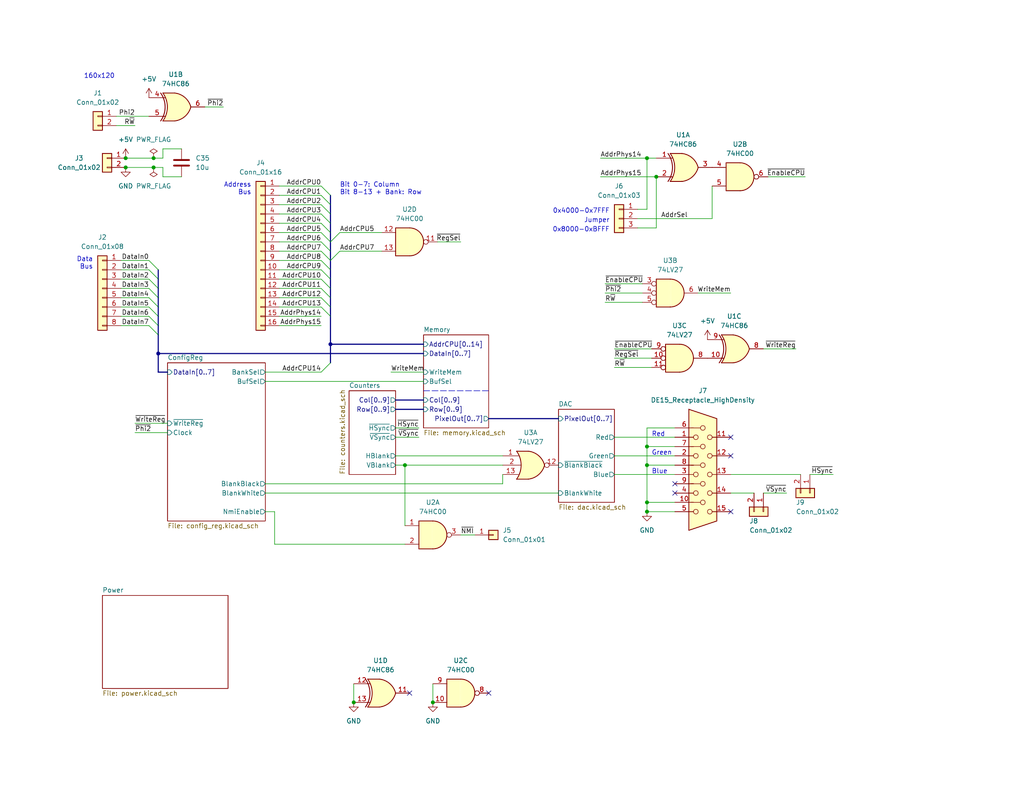
<source format=kicad_sch>
(kicad_sch (version 20230121) (generator eeschema)

  (uuid b1d8dca2-c863-4452-b293-53802be895cc)

  (paper "USLetter")

  (title_block
    (title "6502 Framebuffer")
  )

  (lib_symbols
    (symbol "74xx:74HC00" (pin_names (offset 1.016)) (in_bom yes) (on_board yes)
      (property "Reference" "U" (at 0 1.27 0)
        (effects (font (size 1.27 1.27)))
      )
      (property "Value" "74HC00" (at 0 -1.27 0)
        (effects (font (size 1.27 1.27)))
      )
      (property "Footprint" "" (at 0 0 0)
        (effects (font (size 1.27 1.27)) hide)
      )
      (property "Datasheet" "http://www.ti.com/lit/gpn/sn74hc00" (at 0 0 0)
        (effects (font (size 1.27 1.27)) hide)
      )
      (property "ki_locked" "" (at 0 0 0)
        (effects (font (size 1.27 1.27)))
      )
      (property "ki_keywords" "HCMOS nand 2-input" (at 0 0 0)
        (effects (font (size 1.27 1.27)) hide)
      )
      (property "ki_description" "quad 2-input NAND gate" (at 0 0 0)
        (effects (font (size 1.27 1.27)) hide)
      )
      (property "ki_fp_filters" "DIP*W7.62mm* SO14*" (at 0 0 0)
        (effects (font (size 1.27 1.27)) hide)
      )
      (symbol "74HC00_1_1"
        (arc (start 0 -3.81) (mid 3.7934 0) (end 0 3.81)
          (stroke (width 0.254) (type default))
          (fill (type background))
        )
        (polyline
          (pts
            (xy 0 3.81)
            (xy -3.81 3.81)
            (xy -3.81 -3.81)
            (xy 0 -3.81)
          )
          (stroke (width 0.254) (type default))
          (fill (type background))
        )
        (pin input line (at -7.62 2.54 0) (length 3.81)
          (name "~" (effects (font (size 1.27 1.27))))
          (number "1" (effects (font (size 1.27 1.27))))
        )
        (pin input line (at -7.62 -2.54 0) (length 3.81)
          (name "~" (effects (font (size 1.27 1.27))))
          (number "2" (effects (font (size 1.27 1.27))))
        )
        (pin output inverted (at 7.62 0 180) (length 3.81)
          (name "~" (effects (font (size 1.27 1.27))))
          (number "3" (effects (font (size 1.27 1.27))))
        )
      )
      (symbol "74HC00_1_2"
        (arc (start -3.81 -3.81) (mid -2.589 0) (end -3.81 3.81)
          (stroke (width 0.254) (type default))
          (fill (type none))
        )
        (arc (start -0.6096 -3.81) (mid 2.1842 -2.5851) (end 3.81 0)
          (stroke (width 0.254) (type default))
          (fill (type background))
        )
        (polyline
          (pts
            (xy -3.81 -3.81)
            (xy -0.635 -3.81)
          )
          (stroke (width 0.254) (type default))
          (fill (type background))
        )
        (polyline
          (pts
            (xy -3.81 3.81)
            (xy -0.635 3.81)
          )
          (stroke (width 0.254) (type default))
          (fill (type background))
        )
        (polyline
          (pts
            (xy -0.635 3.81)
            (xy -3.81 3.81)
            (xy -3.81 3.81)
            (xy -3.556 3.4036)
            (xy -3.0226 2.2606)
            (xy -2.6924 1.0414)
            (xy -2.6162 -0.254)
            (xy -2.7686 -1.4986)
            (xy -3.175 -2.7178)
            (xy -3.81 -3.81)
            (xy -3.81 -3.81)
            (xy -0.635 -3.81)
          )
          (stroke (width -25.4) (type default))
          (fill (type background))
        )
        (arc (start 3.81 0) (mid 2.1915 2.5936) (end -0.6096 3.81)
          (stroke (width 0.254) (type default))
          (fill (type background))
        )
        (pin input inverted (at -7.62 2.54 0) (length 4.318)
          (name "~" (effects (font (size 1.27 1.27))))
          (number "1" (effects (font (size 1.27 1.27))))
        )
        (pin input inverted (at -7.62 -2.54 0) (length 4.318)
          (name "~" (effects (font (size 1.27 1.27))))
          (number "2" (effects (font (size 1.27 1.27))))
        )
        (pin output line (at 7.62 0 180) (length 3.81)
          (name "~" (effects (font (size 1.27 1.27))))
          (number "3" (effects (font (size 1.27 1.27))))
        )
      )
      (symbol "74HC00_2_1"
        (arc (start 0 -3.81) (mid 3.7934 0) (end 0 3.81)
          (stroke (width 0.254) (type default))
          (fill (type background))
        )
        (polyline
          (pts
            (xy 0 3.81)
            (xy -3.81 3.81)
            (xy -3.81 -3.81)
            (xy 0 -3.81)
          )
          (stroke (width 0.254) (type default))
          (fill (type background))
        )
        (pin input line (at -7.62 2.54 0) (length 3.81)
          (name "~" (effects (font (size 1.27 1.27))))
          (number "4" (effects (font (size 1.27 1.27))))
        )
        (pin input line (at -7.62 -2.54 0) (length 3.81)
          (name "~" (effects (font (size 1.27 1.27))))
          (number "5" (effects (font (size 1.27 1.27))))
        )
        (pin output inverted (at 7.62 0 180) (length 3.81)
          (name "~" (effects (font (size 1.27 1.27))))
          (number "6" (effects (font (size 1.27 1.27))))
        )
      )
      (symbol "74HC00_2_2"
        (arc (start -3.81 -3.81) (mid -2.589 0) (end -3.81 3.81)
          (stroke (width 0.254) (type default))
          (fill (type none))
        )
        (arc (start -0.6096 -3.81) (mid 2.1842 -2.5851) (end 3.81 0)
          (stroke (width 0.254) (type default))
          (fill (type background))
        )
        (polyline
          (pts
            (xy -3.81 -3.81)
            (xy -0.635 -3.81)
          )
          (stroke (width 0.254) (type default))
          (fill (type background))
        )
        (polyline
          (pts
            (xy -3.81 3.81)
            (xy -0.635 3.81)
          )
          (stroke (width 0.254) (type default))
          (fill (type background))
        )
        (polyline
          (pts
            (xy -0.635 3.81)
            (xy -3.81 3.81)
            (xy -3.81 3.81)
            (xy -3.556 3.4036)
            (xy -3.0226 2.2606)
            (xy -2.6924 1.0414)
            (xy -2.6162 -0.254)
            (xy -2.7686 -1.4986)
            (xy -3.175 -2.7178)
            (xy -3.81 -3.81)
            (xy -3.81 -3.81)
            (xy -0.635 -3.81)
          )
          (stroke (width -25.4) (type default))
          (fill (type background))
        )
        (arc (start 3.81 0) (mid 2.1915 2.5936) (end -0.6096 3.81)
          (stroke (width 0.254) (type default))
          (fill (type background))
        )
        (pin input inverted (at -7.62 2.54 0) (length 4.318)
          (name "~" (effects (font (size 1.27 1.27))))
          (number "4" (effects (font (size 1.27 1.27))))
        )
        (pin input inverted (at -7.62 -2.54 0) (length 4.318)
          (name "~" (effects (font (size 1.27 1.27))))
          (number "5" (effects (font (size 1.27 1.27))))
        )
        (pin output line (at 7.62 0 180) (length 3.81)
          (name "~" (effects (font (size 1.27 1.27))))
          (number "6" (effects (font (size 1.27 1.27))))
        )
      )
      (symbol "74HC00_3_1"
        (arc (start 0 -3.81) (mid 3.7934 0) (end 0 3.81)
          (stroke (width 0.254) (type default))
          (fill (type background))
        )
        (polyline
          (pts
            (xy 0 3.81)
            (xy -3.81 3.81)
            (xy -3.81 -3.81)
            (xy 0 -3.81)
          )
          (stroke (width 0.254) (type default))
          (fill (type background))
        )
        (pin input line (at -7.62 -2.54 0) (length 3.81)
          (name "~" (effects (font (size 1.27 1.27))))
          (number "10" (effects (font (size 1.27 1.27))))
        )
        (pin output inverted (at 7.62 0 180) (length 3.81)
          (name "~" (effects (font (size 1.27 1.27))))
          (number "8" (effects (font (size 1.27 1.27))))
        )
        (pin input line (at -7.62 2.54 0) (length 3.81)
          (name "~" (effects (font (size 1.27 1.27))))
          (number "9" (effects (font (size 1.27 1.27))))
        )
      )
      (symbol "74HC00_3_2"
        (arc (start -3.81 -3.81) (mid -2.589 0) (end -3.81 3.81)
          (stroke (width 0.254) (type default))
          (fill (type none))
        )
        (arc (start -0.6096 -3.81) (mid 2.1842 -2.5851) (end 3.81 0)
          (stroke (width 0.254) (type default))
          (fill (type background))
        )
        (polyline
          (pts
            (xy -3.81 -3.81)
            (xy -0.635 -3.81)
          )
          (stroke (width 0.254) (type default))
          (fill (type background))
        )
        (polyline
          (pts
            (xy -3.81 3.81)
            (xy -0.635 3.81)
          )
          (stroke (width 0.254) (type default))
          (fill (type background))
        )
        (polyline
          (pts
            (xy -0.635 3.81)
            (xy -3.81 3.81)
            (xy -3.81 3.81)
            (xy -3.556 3.4036)
            (xy -3.0226 2.2606)
            (xy -2.6924 1.0414)
            (xy -2.6162 -0.254)
            (xy -2.7686 -1.4986)
            (xy -3.175 -2.7178)
            (xy -3.81 -3.81)
            (xy -3.81 -3.81)
            (xy -0.635 -3.81)
          )
          (stroke (width -25.4) (type default))
          (fill (type background))
        )
        (arc (start 3.81 0) (mid 2.1915 2.5936) (end -0.6096 3.81)
          (stroke (width 0.254) (type default))
          (fill (type background))
        )
        (pin input inverted (at -7.62 -2.54 0) (length 4.318)
          (name "~" (effects (font (size 1.27 1.27))))
          (number "10" (effects (font (size 1.27 1.27))))
        )
        (pin output line (at 7.62 0 180) (length 3.81)
          (name "~" (effects (font (size 1.27 1.27))))
          (number "8" (effects (font (size 1.27 1.27))))
        )
        (pin input inverted (at -7.62 2.54 0) (length 4.318)
          (name "~" (effects (font (size 1.27 1.27))))
          (number "9" (effects (font (size 1.27 1.27))))
        )
      )
      (symbol "74HC00_4_1"
        (arc (start 0 -3.81) (mid 3.7934 0) (end 0 3.81)
          (stroke (width 0.254) (type default))
          (fill (type background))
        )
        (polyline
          (pts
            (xy 0 3.81)
            (xy -3.81 3.81)
            (xy -3.81 -3.81)
            (xy 0 -3.81)
          )
          (stroke (width 0.254) (type default))
          (fill (type background))
        )
        (pin output inverted (at 7.62 0 180) (length 3.81)
          (name "~" (effects (font (size 1.27 1.27))))
          (number "11" (effects (font (size 1.27 1.27))))
        )
        (pin input line (at -7.62 2.54 0) (length 3.81)
          (name "~" (effects (font (size 1.27 1.27))))
          (number "12" (effects (font (size 1.27 1.27))))
        )
        (pin input line (at -7.62 -2.54 0) (length 3.81)
          (name "~" (effects (font (size 1.27 1.27))))
          (number "13" (effects (font (size 1.27 1.27))))
        )
      )
      (symbol "74HC00_4_2"
        (arc (start -3.81 -3.81) (mid -2.589 0) (end -3.81 3.81)
          (stroke (width 0.254) (type default))
          (fill (type none))
        )
        (arc (start -0.6096 -3.81) (mid 2.1842 -2.5851) (end 3.81 0)
          (stroke (width 0.254) (type default))
          (fill (type background))
        )
        (polyline
          (pts
            (xy -3.81 -3.81)
            (xy -0.635 -3.81)
          )
          (stroke (width 0.254) (type default))
          (fill (type background))
        )
        (polyline
          (pts
            (xy -3.81 3.81)
            (xy -0.635 3.81)
          )
          (stroke (width 0.254) (type default))
          (fill (type background))
        )
        (polyline
          (pts
            (xy -0.635 3.81)
            (xy -3.81 3.81)
            (xy -3.81 3.81)
            (xy -3.556 3.4036)
            (xy -3.0226 2.2606)
            (xy -2.6924 1.0414)
            (xy -2.6162 -0.254)
            (xy -2.7686 -1.4986)
            (xy -3.175 -2.7178)
            (xy -3.81 -3.81)
            (xy -3.81 -3.81)
            (xy -0.635 -3.81)
          )
          (stroke (width -25.4) (type default))
          (fill (type background))
        )
        (arc (start 3.81 0) (mid 2.1915 2.5936) (end -0.6096 3.81)
          (stroke (width 0.254) (type default))
          (fill (type background))
        )
        (pin output line (at 7.62 0 180) (length 3.81)
          (name "~" (effects (font (size 1.27 1.27))))
          (number "11" (effects (font (size 1.27 1.27))))
        )
        (pin input inverted (at -7.62 2.54 0) (length 4.318)
          (name "~" (effects (font (size 1.27 1.27))))
          (number "12" (effects (font (size 1.27 1.27))))
        )
        (pin input inverted (at -7.62 -2.54 0) (length 4.318)
          (name "~" (effects (font (size 1.27 1.27))))
          (number "13" (effects (font (size 1.27 1.27))))
        )
      )
      (symbol "74HC00_5_0"
        (pin power_in line (at 0 12.7 270) (length 5.08)
          (name "VCC" (effects (font (size 1.27 1.27))))
          (number "14" (effects (font (size 1.27 1.27))))
        )
        (pin power_in line (at 0 -12.7 90) (length 5.08)
          (name "GND" (effects (font (size 1.27 1.27))))
          (number "7" (effects (font (size 1.27 1.27))))
        )
      )
      (symbol "74HC00_5_1"
        (rectangle (start -5.08 7.62) (end 5.08 -7.62)
          (stroke (width 0.254) (type default))
          (fill (type background))
        )
      )
    )
    (symbol "74xx:74HC86" (pin_names (offset 1.016)) (in_bom yes) (on_board yes)
      (property "Reference" "U" (at 0 1.27 0)
        (effects (font (size 1.27 1.27)))
      )
      (property "Value" "74HC86" (at 0 -1.27 0)
        (effects (font (size 1.27 1.27)))
      )
      (property "Footprint" "" (at 0 0 0)
        (effects (font (size 1.27 1.27)) hide)
      )
      (property "Datasheet" "http://www.ti.com/lit/gpn/sn74HC86" (at 0 0 0)
        (effects (font (size 1.27 1.27)) hide)
      )
      (property "ki_locked" "" (at 0 0 0)
        (effects (font (size 1.27 1.27)))
      )
      (property "ki_keywords" "TTL XOR2" (at 0 0 0)
        (effects (font (size 1.27 1.27)) hide)
      )
      (property "ki_description" "Quad 2-input XOR" (at 0 0 0)
        (effects (font (size 1.27 1.27)) hide)
      )
      (property "ki_fp_filters" "DIP*W7.62mm*" (at 0 0 0)
        (effects (font (size 1.27 1.27)) hide)
      )
      (symbol "74HC86_1_0"
        (arc (start -4.4196 -3.81) (mid -3.2033 0) (end -4.4196 3.81)
          (stroke (width 0.254) (type default))
          (fill (type none))
        )
        (arc (start -3.81 -3.81) (mid -2.589 0) (end -3.81 3.81)
          (stroke (width 0.254) (type default))
          (fill (type none))
        )
        (arc (start -0.6096 -3.81) (mid 2.1842 -2.5851) (end 3.81 0)
          (stroke (width 0.254) (type default))
          (fill (type background))
        )
        (polyline
          (pts
            (xy -3.81 -3.81)
            (xy -0.635 -3.81)
          )
          (stroke (width 0.254) (type default))
          (fill (type background))
        )
        (polyline
          (pts
            (xy -3.81 3.81)
            (xy -0.635 3.81)
          )
          (stroke (width 0.254) (type default))
          (fill (type background))
        )
        (polyline
          (pts
            (xy -0.635 3.81)
            (xy -3.81 3.81)
            (xy -3.81 3.81)
            (xy -3.556 3.4036)
            (xy -3.0226 2.2606)
            (xy -2.6924 1.0414)
            (xy -2.6162 -0.254)
            (xy -2.7686 -1.4986)
            (xy -3.175 -2.7178)
            (xy -3.81 -3.81)
            (xy -3.81 -3.81)
            (xy -0.635 -3.81)
          )
          (stroke (width -25.4) (type default))
          (fill (type background))
        )
        (arc (start 3.81 0) (mid 2.1915 2.5936) (end -0.6096 3.81)
          (stroke (width 0.254) (type default))
          (fill (type background))
        )
        (pin input line (at -7.62 2.54 0) (length 4.445)
          (name "~" (effects (font (size 1.27 1.27))))
          (number "1" (effects (font (size 1.27 1.27))))
        )
        (pin input line (at -7.62 -2.54 0) (length 4.445)
          (name "~" (effects (font (size 1.27 1.27))))
          (number "2" (effects (font (size 1.27 1.27))))
        )
        (pin output line (at 7.62 0 180) (length 3.81)
          (name "~" (effects (font (size 1.27 1.27))))
          (number "3" (effects (font (size 1.27 1.27))))
        )
      )
      (symbol "74HC86_1_1"
        (polyline
          (pts
            (xy -3.81 -2.54)
            (xy -3.175 -2.54)
          )
          (stroke (width 0.1524) (type default))
          (fill (type none))
        )
        (polyline
          (pts
            (xy -3.81 2.54)
            (xy -3.175 2.54)
          )
          (stroke (width 0.1524) (type default))
          (fill (type none))
        )
      )
      (symbol "74HC86_2_0"
        (arc (start -4.4196 -3.81) (mid -3.2033 0) (end -4.4196 3.81)
          (stroke (width 0.254) (type default))
          (fill (type none))
        )
        (arc (start -3.81 -3.81) (mid -2.589 0) (end -3.81 3.81)
          (stroke (width 0.254) (type default))
          (fill (type none))
        )
        (arc (start -0.6096 -3.81) (mid 2.1842 -2.5851) (end 3.81 0)
          (stroke (width 0.254) (type default))
          (fill (type background))
        )
        (polyline
          (pts
            (xy -3.81 -3.81)
            (xy -0.635 -3.81)
          )
          (stroke (width 0.254) (type default))
          (fill (type background))
        )
        (polyline
          (pts
            (xy -3.81 3.81)
            (xy -0.635 3.81)
          )
          (stroke (width 0.254) (type default))
          (fill (type background))
        )
        (polyline
          (pts
            (xy -0.635 3.81)
            (xy -3.81 3.81)
            (xy -3.81 3.81)
            (xy -3.556 3.4036)
            (xy -3.0226 2.2606)
            (xy -2.6924 1.0414)
            (xy -2.6162 -0.254)
            (xy -2.7686 -1.4986)
            (xy -3.175 -2.7178)
            (xy -3.81 -3.81)
            (xy -3.81 -3.81)
            (xy -0.635 -3.81)
          )
          (stroke (width -25.4) (type default))
          (fill (type background))
        )
        (arc (start 3.81 0) (mid 2.1915 2.5936) (end -0.6096 3.81)
          (stroke (width 0.254) (type default))
          (fill (type background))
        )
        (pin input line (at -7.62 2.54 0) (length 4.445)
          (name "~" (effects (font (size 1.27 1.27))))
          (number "4" (effects (font (size 1.27 1.27))))
        )
        (pin input line (at -7.62 -2.54 0) (length 4.445)
          (name "~" (effects (font (size 1.27 1.27))))
          (number "5" (effects (font (size 1.27 1.27))))
        )
        (pin output line (at 7.62 0 180) (length 3.81)
          (name "~" (effects (font (size 1.27 1.27))))
          (number "6" (effects (font (size 1.27 1.27))))
        )
      )
      (symbol "74HC86_2_1"
        (polyline
          (pts
            (xy -3.81 -2.54)
            (xy -3.175 -2.54)
          )
          (stroke (width 0.1524) (type default))
          (fill (type none))
        )
        (polyline
          (pts
            (xy -3.81 2.54)
            (xy -3.175 2.54)
          )
          (stroke (width 0.1524) (type default))
          (fill (type none))
        )
      )
      (symbol "74HC86_3_0"
        (arc (start -4.4196 -3.81) (mid -3.2033 0) (end -4.4196 3.81)
          (stroke (width 0.254) (type default))
          (fill (type none))
        )
        (arc (start -3.81 -3.81) (mid -2.589 0) (end -3.81 3.81)
          (stroke (width 0.254) (type default))
          (fill (type none))
        )
        (arc (start -0.6096 -3.81) (mid 2.1842 -2.5851) (end 3.81 0)
          (stroke (width 0.254) (type default))
          (fill (type background))
        )
        (polyline
          (pts
            (xy -3.81 -3.81)
            (xy -0.635 -3.81)
          )
          (stroke (width 0.254) (type default))
          (fill (type background))
        )
        (polyline
          (pts
            (xy -3.81 3.81)
            (xy -0.635 3.81)
          )
          (stroke (width 0.254) (type default))
          (fill (type background))
        )
        (polyline
          (pts
            (xy -0.635 3.81)
            (xy -3.81 3.81)
            (xy -3.81 3.81)
            (xy -3.556 3.4036)
            (xy -3.0226 2.2606)
            (xy -2.6924 1.0414)
            (xy -2.6162 -0.254)
            (xy -2.7686 -1.4986)
            (xy -3.175 -2.7178)
            (xy -3.81 -3.81)
            (xy -3.81 -3.81)
            (xy -0.635 -3.81)
          )
          (stroke (width -25.4) (type default))
          (fill (type background))
        )
        (arc (start 3.81 0) (mid 2.1915 2.5936) (end -0.6096 3.81)
          (stroke (width 0.254) (type default))
          (fill (type background))
        )
        (pin input line (at -7.62 -2.54 0) (length 4.445)
          (name "~" (effects (font (size 1.27 1.27))))
          (number "10" (effects (font (size 1.27 1.27))))
        )
        (pin output line (at 7.62 0 180) (length 3.81)
          (name "~" (effects (font (size 1.27 1.27))))
          (number "8" (effects (font (size 1.27 1.27))))
        )
        (pin input line (at -7.62 2.54 0) (length 4.445)
          (name "~" (effects (font (size 1.27 1.27))))
          (number "9" (effects (font (size 1.27 1.27))))
        )
      )
      (symbol "74HC86_3_1"
        (polyline
          (pts
            (xy -3.81 -2.54)
            (xy -3.175 -2.54)
          )
          (stroke (width 0.1524) (type default))
          (fill (type none))
        )
        (polyline
          (pts
            (xy -3.81 2.54)
            (xy -3.175 2.54)
          )
          (stroke (width 0.1524) (type default))
          (fill (type none))
        )
      )
      (symbol "74HC86_4_0"
        (arc (start -4.4196 -3.81) (mid -3.2033 0) (end -4.4196 3.81)
          (stroke (width 0.254) (type default))
          (fill (type none))
        )
        (arc (start -3.81 -3.81) (mid -2.589 0) (end -3.81 3.81)
          (stroke (width 0.254) (type default))
          (fill (type none))
        )
        (arc (start -0.6096 -3.81) (mid 2.1842 -2.5851) (end 3.81 0)
          (stroke (width 0.254) (type default))
          (fill (type background))
        )
        (polyline
          (pts
            (xy -3.81 -3.81)
            (xy -0.635 -3.81)
          )
          (stroke (width 0.254) (type default))
          (fill (type background))
        )
        (polyline
          (pts
            (xy -3.81 3.81)
            (xy -0.635 3.81)
          )
          (stroke (width 0.254) (type default))
          (fill (type background))
        )
        (polyline
          (pts
            (xy -0.635 3.81)
            (xy -3.81 3.81)
            (xy -3.81 3.81)
            (xy -3.556 3.4036)
            (xy -3.0226 2.2606)
            (xy -2.6924 1.0414)
            (xy -2.6162 -0.254)
            (xy -2.7686 -1.4986)
            (xy -3.175 -2.7178)
            (xy -3.81 -3.81)
            (xy -3.81 -3.81)
            (xy -0.635 -3.81)
          )
          (stroke (width -25.4) (type default))
          (fill (type background))
        )
        (arc (start 3.81 0) (mid 2.1915 2.5936) (end -0.6096 3.81)
          (stroke (width 0.254) (type default))
          (fill (type background))
        )
        (pin output line (at 7.62 0 180) (length 3.81)
          (name "~" (effects (font (size 1.27 1.27))))
          (number "11" (effects (font (size 1.27 1.27))))
        )
        (pin input line (at -7.62 2.54 0) (length 4.445)
          (name "~" (effects (font (size 1.27 1.27))))
          (number "12" (effects (font (size 1.27 1.27))))
        )
        (pin input line (at -7.62 -2.54 0) (length 4.445)
          (name "~" (effects (font (size 1.27 1.27))))
          (number "13" (effects (font (size 1.27 1.27))))
        )
      )
      (symbol "74HC86_4_1"
        (polyline
          (pts
            (xy -3.81 -2.54)
            (xy -3.175 -2.54)
          )
          (stroke (width 0.1524) (type default))
          (fill (type none))
        )
        (polyline
          (pts
            (xy -3.81 2.54)
            (xy -3.175 2.54)
          )
          (stroke (width 0.1524) (type default))
          (fill (type none))
        )
      )
      (symbol "74HC86_5_0"
        (pin power_in line (at 0 12.7 270) (length 5.08)
          (name "VCC" (effects (font (size 1.27 1.27))))
          (number "14" (effects (font (size 1.27 1.27))))
        )
        (pin power_in line (at 0 -12.7 90) (length 5.08)
          (name "GND" (effects (font (size 1.27 1.27))))
          (number "7" (effects (font (size 1.27 1.27))))
        )
      )
      (symbol "74HC86_5_1"
        (rectangle (start -5.08 7.62) (end 5.08 -7.62)
          (stroke (width 0.254) (type default))
          (fill (type background))
        )
      )
    )
    (symbol "74xx:74LS27" (pin_names (offset 1.016)) (in_bom yes) (on_board yes)
      (property "Reference" "U" (at 0 1.27 0)
        (effects (font (size 1.27 1.27)))
      )
      (property "Value" "74LS27" (at 0 -1.27 0)
        (effects (font (size 1.27 1.27)))
      )
      (property "Footprint" "" (at 0 0 0)
        (effects (font (size 1.27 1.27)) hide)
      )
      (property "Datasheet" "http://www.ti.com/lit/gpn/sn74LS27" (at 0 0 0)
        (effects (font (size 1.27 1.27)) hide)
      )
      (property "ki_locked" "" (at 0 0 0)
        (effects (font (size 1.27 1.27)))
      )
      (property "ki_keywords" "TTL Nor3" (at 0 0 0)
        (effects (font (size 1.27 1.27)) hide)
      )
      (property "ki_description" "Triple 3-input NOR" (at 0 0 0)
        (effects (font (size 1.27 1.27)) hide)
      )
      (property "ki_fp_filters" "DIP*W7.62mm*" (at 0 0 0)
        (effects (font (size 1.27 1.27)) hide)
      )
      (symbol "74LS27_1_1"
        (arc (start -3.81 -3.81) (mid -2.589 0) (end -3.81 3.81)
          (stroke (width 0.254) (type default))
          (fill (type none))
        )
        (arc (start -0.6096 -3.81) (mid 2.1842 -2.5851) (end 3.81 0)
          (stroke (width 0.254) (type default))
          (fill (type background))
        )
        (polyline
          (pts
            (xy -3.81 -3.81)
            (xy -0.635 -3.81)
          )
          (stroke (width 0.254) (type default))
          (fill (type background))
        )
        (polyline
          (pts
            (xy -3.81 3.81)
            (xy -0.635 3.81)
          )
          (stroke (width 0.254) (type default))
          (fill (type background))
        )
        (polyline
          (pts
            (xy -0.635 3.81)
            (xy -3.81 3.81)
            (xy -3.81 3.81)
            (xy -3.556 3.4036)
            (xy -3.0226 2.2606)
            (xy -2.6924 1.0414)
            (xy -2.6162 -0.254)
            (xy -2.7686 -1.4986)
            (xy -3.175 -2.7178)
            (xy -3.81 -3.81)
            (xy -3.81 -3.81)
            (xy -0.635 -3.81)
          )
          (stroke (width -25.4) (type default))
          (fill (type background))
        )
        (arc (start 3.81 0) (mid 2.1915 2.5936) (end -0.6096 3.81)
          (stroke (width 0.254) (type default))
          (fill (type background))
        )
        (pin input line (at -7.62 2.54 0) (length 4.318)
          (name "~" (effects (font (size 1.27 1.27))))
          (number "1" (effects (font (size 1.27 1.27))))
        )
        (pin output inverted (at 7.62 0 180) (length 3.81)
          (name "~" (effects (font (size 1.27 1.27))))
          (number "12" (effects (font (size 1.27 1.27))))
        )
        (pin input line (at -7.62 -2.54 0) (length 4.318)
          (name "~" (effects (font (size 1.27 1.27))))
          (number "13" (effects (font (size 1.27 1.27))))
        )
        (pin input line (at -7.62 0 0) (length 4.953)
          (name "~" (effects (font (size 1.27 1.27))))
          (number "2" (effects (font (size 1.27 1.27))))
        )
      )
      (symbol "74LS27_1_2"
        (arc (start 0 -3.81) (mid 3.7934 0) (end 0 3.81)
          (stroke (width 0.254) (type default))
          (fill (type background))
        )
        (polyline
          (pts
            (xy 0 3.81)
            (xy -3.81 3.81)
            (xy -3.81 -3.81)
            (xy 0 -3.81)
          )
          (stroke (width 0.254) (type default))
          (fill (type background))
        )
        (pin input inverted (at -7.62 2.54 0) (length 3.81)
          (name "~" (effects (font (size 1.27 1.27))))
          (number "1" (effects (font (size 1.27 1.27))))
        )
        (pin output line (at 7.62 0 180) (length 3.81)
          (name "~" (effects (font (size 1.27 1.27))))
          (number "12" (effects (font (size 1.27 1.27))))
        )
        (pin input inverted (at -7.62 -2.54 0) (length 3.81)
          (name "~" (effects (font (size 1.27 1.27))))
          (number "13" (effects (font (size 1.27 1.27))))
        )
        (pin input inverted (at -7.62 0 0) (length 3.81)
          (name "~" (effects (font (size 1.27 1.27))))
          (number "2" (effects (font (size 1.27 1.27))))
        )
      )
      (symbol "74LS27_2_1"
        (arc (start -3.81 -3.81) (mid -2.589 0) (end -3.81 3.81)
          (stroke (width 0.254) (type default))
          (fill (type none))
        )
        (arc (start -0.6096 -3.81) (mid 2.1842 -2.5851) (end 3.81 0)
          (stroke (width 0.254) (type default))
          (fill (type background))
        )
        (polyline
          (pts
            (xy -3.81 -3.81)
            (xy -0.635 -3.81)
          )
          (stroke (width 0.254) (type default))
          (fill (type background))
        )
        (polyline
          (pts
            (xy -3.81 3.81)
            (xy -0.635 3.81)
          )
          (stroke (width 0.254) (type default))
          (fill (type background))
        )
        (polyline
          (pts
            (xy -0.635 3.81)
            (xy -3.81 3.81)
            (xy -3.81 3.81)
            (xy -3.556 3.4036)
            (xy -3.0226 2.2606)
            (xy -2.6924 1.0414)
            (xy -2.6162 -0.254)
            (xy -2.7686 -1.4986)
            (xy -3.175 -2.7178)
            (xy -3.81 -3.81)
            (xy -3.81 -3.81)
            (xy -0.635 -3.81)
          )
          (stroke (width -25.4) (type default))
          (fill (type background))
        )
        (arc (start 3.81 0) (mid 2.1915 2.5936) (end -0.6096 3.81)
          (stroke (width 0.254) (type default))
          (fill (type background))
        )
        (pin input line (at -7.62 2.54 0) (length 4.318)
          (name "~" (effects (font (size 1.27 1.27))))
          (number "3" (effects (font (size 1.27 1.27))))
        )
        (pin input line (at -7.62 0 0) (length 4.953)
          (name "~" (effects (font (size 1.27 1.27))))
          (number "4" (effects (font (size 1.27 1.27))))
        )
        (pin input line (at -7.62 -2.54 0) (length 4.318)
          (name "~" (effects (font (size 1.27 1.27))))
          (number "5" (effects (font (size 1.27 1.27))))
        )
        (pin output inverted (at 7.62 0 180) (length 3.81)
          (name "~" (effects (font (size 1.27 1.27))))
          (number "6" (effects (font (size 1.27 1.27))))
        )
      )
      (symbol "74LS27_2_2"
        (arc (start 0 -3.81) (mid 3.7934 0) (end 0 3.81)
          (stroke (width 0.254) (type default))
          (fill (type background))
        )
        (polyline
          (pts
            (xy 0 3.81)
            (xy -3.81 3.81)
            (xy -3.81 -3.81)
            (xy 0 -3.81)
          )
          (stroke (width 0.254) (type default))
          (fill (type background))
        )
        (pin input inverted (at -7.62 2.54 0) (length 3.81)
          (name "~" (effects (font (size 1.27 1.27))))
          (number "3" (effects (font (size 1.27 1.27))))
        )
        (pin input inverted (at -7.62 0 0) (length 3.81)
          (name "~" (effects (font (size 1.27 1.27))))
          (number "4" (effects (font (size 1.27 1.27))))
        )
        (pin input inverted (at -7.62 -2.54 0) (length 3.81)
          (name "~" (effects (font (size 1.27 1.27))))
          (number "5" (effects (font (size 1.27 1.27))))
        )
        (pin output line (at 7.62 0 180) (length 3.81)
          (name "~" (effects (font (size 1.27 1.27))))
          (number "6" (effects (font (size 1.27 1.27))))
        )
      )
      (symbol "74LS27_3_1"
        (arc (start -3.81 -3.81) (mid -2.589 0) (end -3.81 3.81)
          (stroke (width 0.254) (type default))
          (fill (type none))
        )
        (arc (start -0.6096 -3.81) (mid 2.1842 -2.5851) (end 3.81 0)
          (stroke (width 0.254) (type default))
          (fill (type background))
        )
        (polyline
          (pts
            (xy -3.81 -3.81)
            (xy -0.635 -3.81)
          )
          (stroke (width 0.254) (type default))
          (fill (type background))
        )
        (polyline
          (pts
            (xy -3.81 3.81)
            (xy -0.635 3.81)
          )
          (stroke (width 0.254) (type default))
          (fill (type background))
        )
        (polyline
          (pts
            (xy -0.635 3.81)
            (xy -3.81 3.81)
            (xy -3.81 3.81)
            (xy -3.556 3.4036)
            (xy -3.0226 2.2606)
            (xy -2.6924 1.0414)
            (xy -2.6162 -0.254)
            (xy -2.7686 -1.4986)
            (xy -3.175 -2.7178)
            (xy -3.81 -3.81)
            (xy -3.81 -3.81)
            (xy -0.635 -3.81)
          )
          (stroke (width -25.4) (type default))
          (fill (type background))
        )
        (arc (start 3.81 0) (mid 2.1915 2.5936) (end -0.6096 3.81)
          (stroke (width 0.254) (type default))
          (fill (type background))
        )
        (pin input line (at -7.62 0 0) (length 4.953)
          (name "~" (effects (font (size 1.27 1.27))))
          (number "10" (effects (font (size 1.27 1.27))))
        )
        (pin input line (at -7.62 -2.54 0) (length 4.318)
          (name "~" (effects (font (size 1.27 1.27))))
          (number "11" (effects (font (size 1.27 1.27))))
        )
        (pin output inverted (at 7.62 0 180) (length 3.81)
          (name "~" (effects (font (size 1.27 1.27))))
          (number "8" (effects (font (size 1.27 1.27))))
        )
        (pin input line (at -7.62 2.54 0) (length 4.318)
          (name "~" (effects (font (size 1.27 1.27))))
          (number "9" (effects (font (size 1.27 1.27))))
        )
      )
      (symbol "74LS27_3_2"
        (arc (start 0 -3.81) (mid 3.7934 0) (end 0 3.81)
          (stroke (width 0.254) (type default))
          (fill (type background))
        )
        (polyline
          (pts
            (xy 0 3.81)
            (xy -3.81 3.81)
            (xy -3.81 -3.81)
            (xy 0 -3.81)
          )
          (stroke (width 0.254) (type default))
          (fill (type background))
        )
        (pin input inverted (at -7.62 0 0) (length 3.81)
          (name "~" (effects (font (size 1.27 1.27))))
          (number "10" (effects (font (size 1.27 1.27))))
        )
        (pin input inverted (at -7.62 -2.54 0) (length 3.81)
          (name "~" (effects (font (size 1.27 1.27))))
          (number "11" (effects (font (size 1.27 1.27))))
        )
        (pin output line (at 7.62 0 180) (length 3.81)
          (name "~" (effects (font (size 1.27 1.27))))
          (number "8" (effects (font (size 1.27 1.27))))
        )
        (pin input inverted (at -7.62 2.54 0) (length 3.81)
          (name "~" (effects (font (size 1.27 1.27))))
          (number "9" (effects (font (size 1.27 1.27))))
        )
      )
      (symbol "74LS27_4_0"
        (pin power_in line (at 0 12.7 270) (length 5.08)
          (name "VCC" (effects (font (size 1.27 1.27))))
          (number "14" (effects (font (size 1.27 1.27))))
        )
        (pin power_in line (at 0 -12.7 90) (length 5.08)
          (name "GND" (effects (font (size 1.27 1.27))))
          (number "7" (effects (font (size 1.27 1.27))))
        )
      )
      (symbol "74LS27_4_1"
        (rectangle (start -5.08 7.62) (end 5.08 -7.62)
          (stroke (width 0.254) (type default))
          (fill (type background))
        )
      )
    )
    (symbol "Connector:DE15_Receptacle_HighDensity" (pin_names (offset 1.016) hide) (in_bom yes) (on_board yes)
      (property "Reference" "J" (at 0 21.59 0)
        (effects (font (size 1.27 1.27)))
      )
      (property "Value" "DE15_Receptacle_HighDensity" (at 0 19.05 0)
        (effects (font (size 1.27 1.27)))
      )
      (property "Footprint" "" (at -24.13 10.16 0)
        (effects (font (size 1.27 1.27)) hide)
      )
      (property "Datasheet" " ~" (at -24.13 10.16 0)
        (effects (font (size 1.27 1.27)) hide)
      )
      (property "ki_keywords" "connector  receptacle de15 VGA female D-SUB" (at 0 0 0)
        (effects (font (size 1.27 1.27)) hide)
      )
      (property "ki_description" "15-pin female receptacle socket D-SUB connector, High density (3 columns), Triple Row, Generic, VGA-connector" (at 0 0 0)
        (effects (font (size 1.27 1.27)) hide)
      )
      (property "ki_fp_filters" "DSUB*Female*" (at 0 0 0)
        (effects (font (size 1.27 1.27)) hide)
      )
      (symbol "DE15_Receptacle_HighDensity_0_1"
        (circle (center -1.905 -10.16) (radius 0.635)
          (stroke (width 0) (type default))
          (fill (type none))
        )
        (circle (center -1.905 -5.08) (radius 0.635)
          (stroke (width 0) (type default))
          (fill (type none))
        )
        (circle (center -1.905 0) (radius 0.635)
          (stroke (width 0) (type default))
          (fill (type none))
        )
        (circle (center -1.905 5.08) (radius 0.635)
          (stroke (width 0) (type default))
          (fill (type none))
        )
        (circle (center -1.905 10.16) (radius 0.635)
          (stroke (width 0) (type default))
          (fill (type none))
        )
        (circle (center 0 -7.62) (radius 0.635)
          (stroke (width 0) (type default))
          (fill (type none))
        )
        (circle (center 0 -2.54) (radius 0.635)
          (stroke (width 0) (type default))
          (fill (type none))
        )
        (polyline
          (pts
            (xy -3.175 7.62)
            (xy -0.635 7.62)
          )
          (stroke (width 0) (type default))
          (fill (type none))
        )
        (polyline
          (pts
            (xy -0.635 -7.62)
            (xy -3.175 -7.62)
          )
          (stroke (width 0) (type default))
          (fill (type none))
        )
        (polyline
          (pts
            (xy -0.635 -2.54)
            (xy -3.175 -2.54)
          )
          (stroke (width 0) (type default))
          (fill (type none))
        )
        (polyline
          (pts
            (xy -0.635 2.54)
            (xy -3.175 2.54)
          )
          (stroke (width 0) (type default))
          (fill (type none))
        )
        (polyline
          (pts
            (xy -0.635 12.7)
            (xy -3.175 12.7)
          )
          (stroke (width 0) (type default))
          (fill (type none))
        )
        (polyline
          (pts
            (xy -3.81 17.78)
            (xy -3.81 -15.24)
            (xy 3.81 -12.7)
            (xy 3.81 15.24)
            (xy -3.81 17.78)
          )
          (stroke (width 0.254) (type default))
          (fill (type background))
        )
        (circle (center 0 2.54) (radius 0.635)
          (stroke (width 0) (type default))
          (fill (type none))
        )
        (circle (center 0 7.62) (radius 0.635)
          (stroke (width 0) (type default))
          (fill (type none))
        )
        (circle (center 0 12.7) (radius 0.635)
          (stroke (width 0) (type default))
          (fill (type none))
        )
        (circle (center 1.905 -10.16) (radius 0.635)
          (stroke (width 0) (type default))
          (fill (type none))
        )
        (circle (center 1.905 -5.08) (radius 0.635)
          (stroke (width 0) (type default))
          (fill (type none))
        )
        (circle (center 1.905 0) (radius 0.635)
          (stroke (width 0) (type default))
          (fill (type none))
        )
        (circle (center 1.905 5.08) (radius 0.635)
          (stroke (width 0) (type default))
          (fill (type none))
        )
        (circle (center 1.905 10.16) (radius 0.635)
          (stroke (width 0) (type default))
          (fill (type none))
        )
      )
      (symbol "DE15_Receptacle_HighDensity_1_1"
        (pin passive line (at -7.62 10.16 0) (length 5.08)
          (name "~" (effects (font (size 1.27 1.27))))
          (number "1" (effects (font (size 1.27 1.27))))
        )
        (pin passive line (at -7.62 -7.62 0) (length 5.08)
          (name "~" (effects (font (size 1.27 1.27))))
          (number "10" (effects (font (size 1.27 1.27))))
        )
        (pin passive line (at 7.62 10.16 180) (length 5.08)
          (name "~" (effects (font (size 1.27 1.27))))
          (number "11" (effects (font (size 1.27 1.27))))
        )
        (pin passive line (at 7.62 5.08 180) (length 5.08)
          (name "~" (effects (font (size 1.27 1.27))))
          (number "12" (effects (font (size 1.27 1.27))))
        )
        (pin passive line (at 7.62 0 180) (length 5.08)
          (name "~" (effects (font (size 1.27 1.27))))
          (number "13" (effects (font (size 1.27 1.27))))
        )
        (pin passive line (at 7.62 -5.08 180) (length 5.08)
          (name "~" (effects (font (size 1.27 1.27))))
          (number "14" (effects (font (size 1.27 1.27))))
        )
        (pin passive line (at 7.62 -10.16 180) (length 5.08)
          (name "~" (effects (font (size 1.27 1.27))))
          (number "15" (effects (font (size 1.27 1.27))))
        )
        (pin passive line (at -7.62 5.08 0) (length 5.08)
          (name "~" (effects (font (size 1.27 1.27))))
          (number "2" (effects (font (size 1.27 1.27))))
        )
        (pin passive line (at -7.62 0 0) (length 5.08)
          (name "~" (effects (font (size 1.27 1.27))))
          (number "3" (effects (font (size 1.27 1.27))))
        )
        (pin passive line (at -7.62 -5.08 0) (length 5.08)
          (name "~" (effects (font (size 1.27 1.27))))
          (number "4" (effects (font (size 1.27 1.27))))
        )
        (pin passive line (at -7.62 -10.16 0) (length 5.08)
          (name "~" (effects (font (size 1.27 1.27))))
          (number "5" (effects (font (size 1.27 1.27))))
        )
        (pin passive line (at -7.62 12.7 0) (length 5.08)
          (name "~" (effects (font (size 1.27 1.27))))
          (number "6" (effects (font (size 1.27 1.27))))
        )
        (pin passive line (at -7.62 7.62 0) (length 5.08)
          (name "~" (effects (font (size 1.27 1.27))))
          (number "7" (effects (font (size 1.27 1.27))))
        )
        (pin passive line (at -7.62 2.54 0) (length 5.08)
          (name "~" (effects (font (size 1.27 1.27))))
          (number "8" (effects (font (size 1.27 1.27))))
        )
        (pin passive line (at -7.62 -2.54 0) (length 5.08)
          (name "~" (effects (font (size 1.27 1.27))))
          (number "9" (effects (font (size 1.27 1.27))))
        )
      )
    )
    (symbol "Connector_Generic:Conn_01x01" (pin_names (offset 1.016) hide) (in_bom yes) (on_board yes)
      (property "Reference" "J" (at 0 2.54 0)
        (effects (font (size 1.27 1.27)))
      )
      (property "Value" "Conn_01x01" (at 0 -2.54 0)
        (effects (font (size 1.27 1.27)))
      )
      (property "Footprint" "" (at 0 0 0)
        (effects (font (size 1.27 1.27)) hide)
      )
      (property "Datasheet" "~" (at 0 0 0)
        (effects (font (size 1.27 1.27)) hide)
      )
      (property "ki_keywords" "connector" (at 0 0 0)
        (effects (font (size 1.27 1.27)) hide)
      )
      (property "ki_description" "Generic connector, single row, 01x01, script generated (kicad-library-utils/schlib/autogen/connector/)" (at 0 0 0)
        (effects (font (size 1.27 1.27)) hide)
      )
      (property "ki_fp_filters" "Connector*:*_1x??_*" (at 0 0 0)
        (effects (font (size 1.27 1.27)) hide)
      )
      (symbol "Conn_01x01_1_1"
        (rectangle (start -1.27 0.127) (end 0 -0.127)
          (stroke (width 0.1524) (type default))
          (fill (type none))
        )
        (rectangle (start -1.27 1.27) (end 1.27 -1.27)
          (stroke (width 0.254) (type default))
          (fill (type background))
        )
        (pin passive line (at -5.08 0 0) (length 3.81)
          (name "Pin_1" (effects (font (size 1.27 1.27))))
          (number "1" (effects (font (size 1.27 1.27))))
        )
      )
    )
    (symbol "Connector_Generic:Conn_01x02" (pin_names (offset 1.016) hide) (in_bom yes) (on_board yes)
      (property "Reference" "J" (at 0 2.54 0)
        (effects (font (size 1.27 1.27)))
      )
      (property "Value" "Conn_01x02" (at 0 -5.08 0)
        (effects (font (size 1.27 1.27)))
      )
      (property "Footprint" "" (at 0 0 0)
        (effects (font (size 1.27 1.27)) hide)
      )
      (property "Datasheet" "~" (at 0 0 0)
        (effects (font (size 1.27 1.27)) hide)
      )
      (property "ki_keywords" "connector" (at 0 0 0)
        (effects (font (size 1.27 1.27)) hide)
      )
      (property "ki_description" "Generic connector, single row, 01x02, script generated (kicad-library-utils/schlib/autogen/connector/)" (at 0 0 0)
        (effects (font (size 1.27 1.27)) hide)
      )
      (property "ki_fp_filters" "Connector*:*_1x??_*" (at 0 0 0)
        (effects (font (size 1.27 1.27)) hide)
      )
      (symbol "Conn_01x02_1_1"
        (rectangle (start -1.27 -2.413) (end 0 -2.667)
          (stroke (width 0.1524) (type default))
          (fill (type none))
        )
        (rectangle (start -1.27 0.127) (end 0 -0.127)
          (stroke (width 0.1524) (type default))
          (fill (type none))
        )
        (rectangle (start -1.27 1.27) (end 1.27 -3.81)
          (stroke (width 0.254) (type default))
          (fill (type background))
        )
        (pin passive line (at -5.08 0 0) (length 3.81)
          (name "Pin_1" (effects (font (size 1.27 1.27))))
          (number "1" (effects (font (size 1.27 1.27))))
        )
        (pin passive line (at -5.08 -2.54 0) (length 3.81)
          (name "Pin_2" (effects (font (size 1.27 1.27))))
          (number "2" (effects (font (size 1.27 1.27))))
        )
      )
    )
    (symbol "Connector_Generic:Conn_01x03" (pin_names (offset 1.016) hide) (in_bom yes) (on_board yes)
      (property "Reference" "J" (at 0 5.08 0)
        (effects (font (size 1.27 1.27)))
      )
      (property "Value" "Conn_01x03" (at 0 -5.08 0)
        (effects (font (size 1.27 1.27)))
      )
      (property "Footprint" "" (at 0 0 0)
        (effects (font (size 1.27 1.27)) hide)
      )
      (property "Datasheet" "~" (at 0 0 0)
        (effects (font (size 1.27 1.27)) hide)
      )
      (property "ki_keywords" "connector" (at 0 0 0)
        (effects (font (size 1.27 1.27)) hide)
      )
      (property "ki_description" "Generic connector, single row, 01x03, script generated (kicad-library-utils/schlib/autogen/connector/)" (at 0 0 0)
        (effects (font (size 1.27 1.27)) hide)
      )
      (property "ki_fp_filters" "Connector*:*_1x??_*" (at 0 0 0)
        (effects (font (size 1.27 1.27)) hide)
      )
      (symbol "Conn_01x03_1_1"
        (rectangle (start -1.27 -2.413) (end 0 -2.667)
          (stroke (width 0.1524) (type default))
          (fill (type none))
        )
        (rectangle (start -1.27 0.127) (end 0 -0.127)
          (stroke (width 0.1524) (type default))
          (fill (type none))
        )
        (rectangle (start -1.27 2.667) (end 0 2.413)
          (stroke (width 0.1524) (type default))
          (fill (type none))
        )
        (rectangle (start -1.27 3.81) (end 1.27 -3.81)
          (stroke (width 0.254) (type default))
          (fill (type background))
        )
        (pin passive line (at -5.08 2.54 0) (length 3.81)
          (name "Pin_1" (effects (font (size 1.27 1.27))))
          (number "1" (effects (font (size 1.27 1.27))))
        )
        (pin passive line (at -5.08 0 0) (length 3.81)
          (name "Pin_2" (effects (font (size 1.27 1.27))))
          (number "2" (effects (font (size 1.27 1.27))))
        )
        (pin passive line (at -5.08 -2.54 0) (length 3.81)
          (name "Pin_3" (effects (font (size 1.27 1.27))))
          (number "3" (effects (font (size 1.27 1.27))))
        )
      )
    )
    (symbol "Connector_Generic:Conn_01x08" (pin_names (offset 1.016) hide) (in_bom yes) (on_board yes)
      (property "Reference" "J" (at 0 10.16 0)
        (effects (font (size 1.27 1.27)))
      )
      (property "Value" "Conn_01x08" (at 0 -12.7 0)
        (effects (font (size 1.27 1.27)))
      )
      (property "Footprint" "" (at 0 0 0)
        (effects (font (size 1.27 1.27)) hide)
      )
      (property "Datasheet" "~" (at 0 0 0)
        (effects (font (size 1.27 1.27)) hide)
      )
      (property "ki_keywords" "connector" (at 0 0 0)
        (effects (font (size 1.27 1.27)) hide)
      )
      (property "ki_description" "Generic connector, single row, 01x08, script generated (kicad-library-utils/schlib/autogen/connector/)" (at 0 0 0)
        (effects (font (size 1.27 1.27)) hide)
      )
      (property "ki_fp_filters" "Connector*:*_1x??_*" (at 0 0 0)
        (effects (font (size 1.27 1.27)) hide)
      )
      (symbol "Conn_01x08_1_1"
        (rectangle (start -1.27 -10.033) (end 0 -10.287)
          (stroke (width 0.1524) (type default))
          (fill (type none))
        )
        (rectangle (start -1.27 -7.493) (end 0 -7.747)
          (stroke (width 0.1524) (type default))
          (fill (type none))
        )
        (rectangle (start -1.27 -4.953) (end 0 -5.207)
          (stroke (width 0.1524) (type default))
          (fill (type none))
        )
        (rectangle (start -1.27 -2.413) (end 0 -2.667)
          (stroke (width 0.1524) (type default))
          (fill (type none))
        )
        (rectangle (start -1.27 0.127) (end 0 -0.127)
          (stroke (width 0.1524) (type default))
          (fill (type none))
        )
        (rectangle (start -1.27 2.667) (end 0 2.413)
          (stroke (width 0.1524) (type default))
          (fill (type none))
        )
        (rectangle (start -1.27 5.207) (end 0 4.953)
          (stroke (width 0.1524) (type default))
          (fill (type none))
        )
        (rectangle (start -1.27 7.747) (end 0 7.493)
          (stroke (width 0.1524) (type default))
          (fill (type none))
        )
        (rectangle (start -1.27 8.89) (end 1.27 -11.43)
          (stroke (width 0.254) (type default))
          (fill (type background))
        )
        (pin passive line (at -5.08 7.62 0) (length 3.81)
          (name "Pin_1" (effects (font (size 1.27 1.27))))
          (number "1" (effects (font (size 1.27 1.27))))
        )
        (pin passive line (at -5.08 5.08 0) (length 3.81)
          (name "Pin_2" (effects (font (size 1.27 1.27))))
          (number "2" (effects (font (size 1.27 1.27))))
        )
        (pin passive line (at -5.08 2.54 0) (length 3.81)
          (name "Pin_3" (effects (font (size 1.27 1.27))))
          (number "3" (effects (font (size 1.27 1.27))))
        )
        (pin passive line (at -5.08 0 0) (length 3.81)
          (name "Pin_4" (effects (font (size 1.27 1.27))))
          (number "4" (effects (font (size 1.27 1.27))))
        )
        (pin passive line (at -5.08 -2.54 0) (length 3.81)
          (name "Pin_5" (effects (font (size 1.27 1.27))))
          (number "5" (effects (font (size 1.27 1.27))))
        )
        (pin passive line (at -5.08 -5.08 0) (length 3.81)
          (name "Pin_6" (effects (font (size 1.27 1.27))))
          (number "6" (effects (font (size 1.27 1.27))))
        )
        (pin passive line (at -5.08 -7.62 0) (length 3.81)
          (name "Pin_7" (effects (font (size 1.27 1.27))))
          (number "7" (effects (font (size 1.27 1.27))))
        )
        (pin passive line (at -5.08 -10.16 0) (length 3.81)
          (name "Pin_8" (effects (font (size 1.27 1.27))))
          (number "8" (effects (font (size 1.27 1.27))))
        )
      )
    )
    (symbol "Connector_Generic:Conn_01x16" (pin_names (offset 1.016) hide) (in_bom yes) (on_board yes)
      (property "Reference" "J" (at 0 20.32 0)
        (effects (font (size 1.27 1.27)))
      )
      (property "Value" "Conn_01x16" (at 0 -22.86 0)
        (effects (font (size 1.27 1.27)))
      )
      (property "Footprint" "" (at 0 0 0)
        (effects (font (size 1.27 1.27)) hide)
      )
      (property "Datasheet" "~" (at 0 0 0)
        (effects (font (size 1.27 1.27)) hide)
      )
      (property "ki_keywords" "connector" (at 0 0 0)
        (effects (font (size 1.27 1.27)) hide)
      )
      (property "ki_description" "Generic connector, single row, 01x16, script generated (kicad-library-utils/schlib/autogen/connector/)" (at 0 0 0)
        (effects (font (size 1.27 1.27)) hide)
      )
      (property "ki_fp_filters" "Connector*:*_1x??_*" (at 0 0 0)
        (effects (font (size 1.27 1.27)) hide)
      )
      (symbol "Conn_01x16_1_1"
        (rectangle (start -1.27 -20.193) (end 0 -20.447)
          (stroke (width 0.1524) (type default))
          (fill (type none))
        )
        (rectangle (start -1.27 -17.653) (end 0 -17.907)
          (stroke (width 0.1524) (type default))
          (fill (type none))
        )
        (rectangle (start -1.27 -15.113) (end 0 -15.367)
          (stroke (width 0.1524) (type default))
          (fill (type none))
        )
        (rectangle (start -1.27 -12.573) (end 0 -12.827)
          (stroke (width 0.1524) (type default))
          (fill (type none))
        )
        (rectangle (start -1.27 -10.033) (end 0 -10.287)
          (stroke (width 0.1524) (type default))
          (fill (type none))
        )
        (rectangle (start -1.27 -7.493) (end 0 -7.747)
          (stroke (width 0.1524) (type default))
          (fill (type none))
        )
        (rectangle (start -1.27 -4.953) (end 0 -5.207)
          (stroke (width 0.1524) (type default))
          (fill (type none))
        )
        (rectangle (start -1.27 -2.413) (end 0 -2.667)
          (stroke (width 0.1524) (type default))
          (fill (type none))
        )
        (rectangle (start -1.27 0.127) (end 0 -0.127)
          (stroke (width 0.1524) (type default))
          (fill (type none))
        )
        (rectangle (start -1.27 2.667) (end 0 2.413)
          (stroke (width 0.1524) (type default))
          (fill (type none))
        )
        (rectangle (start -1.27 5.207) (end 0 4.953)
          (stroke (width 0.1524) (type default))
          (fill (type none))
        )
        (rectangle (start -1.27 7.747) (end 0 7.493)
          (stroke (width 0.1524) (type default))
          (fill (type none))
        )
        (rectangle (start -1.27 10.287) (end 0 10.033)
          (stroke (width 0.1524) (type default))
          (fill (type none))
        )
        (rectangle (start -1.27 12.827) (end 0 12.573)
          (stroke (width 0.1524) (type default))
          (fill (type none))
        )
        (rectangle (start -1.27 15.367) (end 0 15.113)
          (stroke (width 0.1524) (type default))
          (fill (type none))
        )
        (rectangle (start -1.27 17.907) (end 0 17.653)
          (stroke (width 0.1524) (type default))
          (fill (type none))
        )
        (rectangle (start -1.27 19.05) (end 1.27 -21.59)
          (stroke (width 0.254) (type default))
          (fill (type background))
        )
        (pin passive line (at -5.08 17.78 0) (length 3.81)
          (name "Pin_1" (effects (font (size 1.27 1.27))))
          (number "1" (effects (font (size 1.27 1.27))))
        )
        (pin passive line (at -5.08 -5.08 0) (length 3.81)
          (name "Pin_10" (effects (font (size 1.27 1.27))))
          (number "10" (effects (font (size 1.27 1.27))))
        )
        (pin passive line (at -5.08 -7.62 0) (length 3.81)
          (name "Pin_11" (effects (font (size 1.27 1.27))))
          (number "11" (effects (font (size 1.27 1.27))))
        )
        (pin passive line (at -5.08 -10.16 0) (length 3.81)
          (name "Pin_12" (effects (font (size 1.27 1.27))))
          (number "12" (effects (font (size 1.27 1.27))))
        )
        (pin passive line (at -5.08 -12.7 0) (length 3.81)
          (name "Pin_13" (effects (font (size 1.27 1.27))))
          (number "13" (effects (font (size 1.27 1.27))))
        )
        (pin passive line (at -5.08 -15.24 0) (length 3.81)
          (name "Pin_14" (effects (font (size 1.27 1.27))))
          (number "14" (effects (font (size 1.27 1.27))))
        )
        (pin passive line (at -5.08 -17.78 0) (length 3.81)
          (name "Pin_15" (effects (font (size 1.27 1.27))))
          (number "15" (effects (font (size 1.27 1.27))))
        )
        (pin passive line (at -5.08 -20.32 0) (length 3.81)
          (name "Pin_16" (effects (font (size 1.27 1.27))))
          (number "16" (effects (font (size 1.27 1.27))))
        )
        (pin passive line (at -5.08 15.24 0) (length 3.81)
          (name "Pin_2" (effects (font (size 1.27 1.27))))
          (number "2" (effects (font (size 1.27 1.27))))
        )
        (pin passive line (at -5.08 12.7 0) (length 3.81)
          (name "Pin_3" (effects (font (size 1.27 1.27))))
          (number "3" (effects (font (size 1.27 1.27))))
        )
        (pin passive line (at -5.08 10.16 0) (length 3.81)
          (name "Pin_4" (effects (font (size 1.27 1.27))))
          (number "4" (effects (font (size 1.27 1.27))))
        )
        (pin passive line (at -5.08 7.62 0) (length 3.81)
          (name "Pin_5" (effects (font (size 1.27 1.27))))
          (number "5" (effects (font (size 1.27 1.27))))
        )
        (pin passive line (at -5.08 5.08 0) (length 3.81)
          (name "Pin_6" (effects (font (size 1.27 1.27))))
          (number "6" (effects (font (size 1.27 1.27))))
        )
        (pin passive line (at -5.08 2.54 0) (length 3.81)
          (name "Pin_7" (effects (font (size 1.27 1.27))))
          (number "7" (effects (font (size 1.27 1.27))))
        )
        (pin passive line (at -5.08 0 0) (length 3.81)
          (name "Pin_8" (effects (font (size 1.27 1.27))))
          (number "8" (effects (font (size 1.27 1.27))))
        )
        (pin passive line (at -5.08 -2.54 0) (length 3.81)
          (name "Pin_9" (effects (font (size 1.27 1.27))))
          (number "9" (effects (font (size 1.27 1.27))))
        )
      )
    )
    (symbol "Device:C" (pin_numbers hide) (pin_names (offset 0.254)) (in_bom yes) (on_board yes)
      (property "Reference" "C" (at 0.635 2.54 0)
        (effects (font (size 1.27 1.27)) (justify left))
      )
      (property "Value" "C" (at 0.635 -2.54 0)
        (effects (font (size 1.27 1.27)) (justify left))
      )
      (property "Footprint" "" (at 0.9652 -3.81 0)
        (effects (font (size 1.27 1.27)) hide)
      )
      (property "Datasheet" "~" (at 0 0 0)
        (effects (font (size 1.27 1.27)) hide)
      )
      (property "ki_keywords" "cap capacitor" (at 0 0 0)
        (effects (font (size 1.27 1.27)) hide)
      )
      (property "ki_description" "Unpolarized capacitor" (at 0 0 0)
        (effects (font (size 1.27 1.27)) hide)
      )
      (property "ki_fp_filters" "C_*" (at 0 0 0)
        (effects (font (size 1.27 1.27)) hide)
      )
      (symbol "C_0_1"
        (polyline
          (pts
            (xy -2.032 -0.762)
            (xy 2.032 -0.762)
          )
          (stroke (width 0.508) (type default))
          (fill (type none))
        )
        (polyline
          (pts
            (xy -2.032 0.762)
            (xy 2.032 0.762)
          )
          (stroke (width 0.508) (type default))
          (fill (type none))
        )
      )
      (symbol "C_1_1"
        (pin passive line (at 0 3.81 270) (length 2.794)
          (name "~" (effects (font (size 1.27 1.27))))
          (number "1" (effects (font (size 1.27 1.27))))
        )
        (pin passive line (at 0 -3.81 90) (length 2.794)
          (name "~" (effects (font (size 1.27 1.27))))
          (number "2" (effects (font (size 1.27 1.27))))
        )
      )
    )
    (symbol "power:+5V" (power) (pin_names (offset 0)) (in_bom yes) (on_board yes)
      (property "Reference" "#PWR" (at 0 -3.81 0)
        (effects (font (size 1.27 1.27)) hide)
      )
      (property "Value" "+5V" (at 0 3.556 0)
        (effects (font (size 1.27 1.27)))
      )
      (property "Footprint" "" (at 0 0 0)
        (effects (font (size 1.27 1.27)) hide)
      )
      (property "Datasheet" "" (at 0 0 0)
        (effects (font (size 1.27 1.27)) hide)
      )
      (property "ki_keywords" "global power" (at 0 0 0)
        (effects (font (size 1.27 1.27)) hide)
      )
      (property "ki_description" "Power symbol creates a global label with name \"+5V\"" (at 0 0 0)
        (effects (font (size 1.27 1.27)) hide)
      )
      (symbol "+5V_0_1"
        (polyline
          (pts
            (xy -0.762 1.27)
            (xy 0 2.54)
          )
          (stroke (width 0) (type default))
          (fill (type none))
        )
        (polyline
          (pts
            (xy 0 0)
            (xy 0 2.54)
          )
          (stroke (width 0) (type default))
          (fill (type none))
        )
        (polyline
          (pts
            (xy 0 2.54)
            (xy 0.762 1.27)
          )
          (stroke (width 0) (type default))
          (fill (type none))
        )
      )
      (symbol "+5V_1_1"
        (pin power_in line (at 0 0 90) (length 0) hide
          (name "+5V" (effects (font (size 1.27 1.27))))
          (number "1" (effects (font (size 1.27 1.27))))
        )
      )
    )
    (symbol "power:GND" (power) (pin_names (offset 0)) (in_bom yes) (on_board yes)
      (property "Reference" "#PWR" (at 0 -6.35 0)
        (effects (font (size 1.27 1.27)) hide)
      )
      (property "Value" "GND" (at 0 -3.81 0)
        (effects (font (size 1.27 1.27)))
      )
      (property "Footprint" "" (at 0 0 0)
        (effects (font (size 1.27 1.27)) hide)
      )
      (property "Datasheet" "" (at 0 0 0)
        (effects (font (size 1.27 1.27)) hide)
      )
      (property "ki_keywords" "global power" (at 0 0 0)
        (effects (font (size 1.27 1.27)) hide)
      )
      (property "ki_description" "Power symbol creates a global label with name \"GND\" , ground" (at 0 0 0)
        (effects (font (size 1.27 1.27)) hide)
      )
      (symbol "GND_0_1"
        (polyline
          (pts
            (xy 0 0)
            (xy 0 -1.27)
            (xy 1.27 -1.27)
            (xy 0 -2.54)
            (xy -1.27 -1.27)
            (xy 0 -1.27)
          )
          (stroke (width 0) (type default))
          (fill (type none))
        )
      )
      (symbol "GND_1_1"
        (pin power_in line (at 0 0 270) (length 0) hide
          (name "GND" (effects (font (size 1.27 1.27))))
          (number "1" (effects (font (size 1.27 1.27))))
        )
      )
    )
    (symbol "power:PWR_FLAG" (power) (pin_numbers hide) (pin_names (offset 0) hide) (in_bom yes) (on_board yes)
      (property "Reference" "#FLG" (at 0 1.905 0)
        (effects (font (size 1.27 1.27)) hide)
      )
      (property "Value" "PWR_FLAG" (at 0 3.81 0)
        (effects (font (size 1.27 1.27)))
      )
      (property "Footprint" "" (at 0 0 0)
        (effects (font (size 1.27 1.27)) hide)
      )
      (property "Datasheet" "~" (at 0 0 0)
        (effects (font (size 1.27 1.27)) hide)
      )
      (property "ki_keywords" "flag power" (at 0 0 0)
        (effects (font (size 1.27 1.27)) hide)
      )
      (property "ki_description" "Special symbol for telling ERC where power comes from" (at 0 0 0)
        (effects (font (size 1.27 1.27)) hide)
      )
      (symbol "PWR_FLAG_0_0"
        (pin power_out line (at 0 0 90) (length 0)
          (name "pwr" (effects (font (size 1.27 1.27))))
          (number "1" (effects (font (size 1.27 1.27))))
        )
      )
      (symbol "PWR_FLAG_0_1"
        (polyline
          (pts
            (xy 0 0)
            (xy 0 1.27)
            (xy -1.016 1.905)
            (xy 0 2.54)
            (xy 1.016 1.905)
            (xy 0 1.27)
          )
          (stroke (width 0) (type default))
          (fill (type none))
        )
      )
    )
  )

  (junction (at 176.53 121.92) (diameter 0) (color 0 0 0 0)
    (uuid 04855ea3-a828-409e-bee1-513493f923a5)
  )
  (junction (at 118.11 191.77) (diameter 0) (color 0 0 0 0)
    (uuid 1146c9ea-82aa-44d0-8ce3-1ec37c93f3b8)
  )
  (junction (at 110.49 127) (diameter 0) (color 0 0 0 0)
    (uuid 3fbc5e2c-08e2-4a43-8cac-b3fcd0c63c1f)
  )
  (junction (at 41.91 43.18) (diameter 0) (color 0 0 0 0)
    (uuid 4b89908b-6d9c-49a1-bb37-00d3203ba261)
  )
  (junction (at 176.53 127) (diameter 0) (color 0 0 0 0)
    (uuid 511c2513-a9a6-4ba0-9e3d-6844fb94a7d1)
  )
  (junction (at 90.17 93.98) (diameter 0) (color 0 0 0 0)
    (uuid 5849aa0e-e01b-4585-b184-c2b0752ac0c3)
  )
  (junction (at 34.29 45.72) (diameter 0) (color 0 0 0 0)
    (uuid 6037ffa3-2152-4b2f-a1c2-392664c97669)
  )
  (junction (at 176.53 137.16) (diameter 0) (color 0 0 0 0)
    (uuid 672cd648-e29f-4d18-9661-fd678e596019)
  )
  (junction (at 34.29 43.18) (diameter 0) (color 0 0 0 0)
    (uuid 91ee90f7-576e-4269-9d1a-0c18071e5c8b)
  )
  (junction (at 179.07 48.26) (diameter 0) (color 0 0 0 0)
    (uuid cb61909d-28e7-47cf-b551-e88c531d8023)
  )
  (junction (at 96.52 191.77) (diameter 0) (color 0 0 0 0)
    (uuid dac45f2e-2816-4cb4-9cc0-d6c2c5e3976b)
  )
  (junction (at 176.53 139.7) (diameter 0) (color 0 0 0 0)
    (uuid dae37e83-9a00-4c93-a7c2-15ffa94f8683)
  )
  (junction (at 43.18 96.52) (diameter 0) (color 0 0 0 0)
    (uuid ddfc1076-8e6a-4fe0-9c85-b409855b756b)
  )
  (junction (at 176.53 43.18) (diameter 0) (color 0 0 0 0)
    (uuid e22fc6bc-6786-4cae-82fc-7e11c435ae1b)
  )
  (junction (at 41.91 45.72) (diameter 0) (color 0 0 0 0)
    (uuid ec296be1-4648-43c6-9778-4db7e7d8b82f)
  )

  (no_connect (at 199.39 124.46) (uuid 23932e1d-a2da-4ef7-8162-e7cfc5b30f3d))
  (no_connect (at 184.15 132.08) (uuid 73216a17-dbd8-445a-99cc-bc944ffb6d68))
  (no_connect (at 111.76 189.23) (uuid 7b4b788b-b26a-4c05-9d77-220dc0af0711))
  (no_connect (at 184.15 134.62) (uuid 955cdfbf-38ee-4494-8fff-2079235e6fa7))
  (no_connect (at 199.39 139.7) (uuid a1bb6716-2e21-40b9-ae66-c2f6e45af181))
  (no_connect (at 133.35 189.23) (uuid ddc0d1fc-a372-45a2-a5cf-65969592490e))
  (no_connect (at 199.39 119.38) (uuid df22d577-ee73-448f-ace6-106519e40093))

  (bus_entry (at 87.63 60.96) (size 2.54 2.54)
    (stroke (width 0) (type default))
    (uuid 000ca2c2-d243-43dc-a9ae-167b31c21765)
  )
  (bus_entry (at 87.63 81.28) (size 2.54 2.54)
    (stroke (width 0) (type default))
    (uuid 07738dff-f180-4304-be95-3e13d25f4931)
  )
  (bus_entry (at 40.64 76.2) (size 2.54 2.54)
    (stroke (width 0) (type default))
    (uuid 08b7f4a6-6b75-423d-b345-fbb2b039b994)
  )
  (bus_entry (at 87.63 55.88) (size 2.54 2.54)
    (stroke (width 0) (type default))
    (uuid 0c4df7f8-e3f0-4c2e-a0a1-e20564daa844)
  )
  (bus_entry (at 87.63 50.8) (size 2.54 2.54)
    (stroke (width 0) (type default))
    (uuid 0d7e8218-40c6-4321-a455-a3e749625b5d)
  )
  (bus_entry (at 87.63 66.04) (size 2.54 2.54)
    (stroke (width 0) (type default))
    (uuid 0eb72456-4544-4c70-8c16-80af8517e6cd)
  )
  (bus_entry (at 87.63 71.12) (size 2.54 2.54)
    (stroke (width 0) (type default))
    (uuid 229aeb1b-9ec8-4397-9994-16b1731793a8)
  )
  (bus_entry (at 40.64 73.66) (size 2.54 2.54)
    (stroke (width 0) (type default))
    (uuid 33beadf0-21c8-4549-aec6-fdd9a9c3c823)
  )
  (bus_entry (at 87.63 63.5) (size 2.54 2.54)
    (stroke (width 0) (type default))
    (uuid 476c40ad-1420-4f08-a9a1-d5d14287ae30)
  )
  (bus_entry (at 40.64 86.36) (size 2.54 2.54)
    (stroke (width 0) (type default))
    (uuid 4a0e4531-ec1e-4b26-8aca-5479484d46dc)
  )
  (bus_entry (at 87.63 76.2) (size 2.54 2.54)
    (stroke (width 0) (type default))
    (uuid 62e3be8e-312f-4d99-bc1f-4b9b5d5842f2)
  )
  (bus_entry (at 40.64 83.82) (size 2.54 2.54)
    (stroke (width 0) (type default))
    (uuid 7f4dd4b4-465e-4d92-92a7-8d060330b931)
  )
  (bus_entry (at 40.64 71.12) (size 2.54 2.54)
    (stroke (width 0) (type default))
    (uuid 83d37d14-9f31-4fb2-91ca-9b6127d47b02)
  )
  (bus_entry (at 87.63 83.82) (size 2.54 2.54)
    (stroke (width 0) (type default))
    (uuid 8a8189b8-8b5f-4425-9069-66d2549f6f62)
  )
  (bus_entry (at 40.64 81.28) (size 2.54 2.54)
    (stroke (width 0) (type default))
    (uuid 98faf6af-e554-4e2b-9ef5-02324478c3eb)
  )
  (bus_entry (at 87.63 58.42) (size 2.54 2.54)
    (stroke (width 0) (type default))
    (uuid 9d2d1fb6-3e14-4e67-818b-25b020486748)
  )
  (bus_entry (at 87.63 78.74) (size 2.54 2.54)
    (stroke (width 0) (type default))
    (uuid ae318f3e-afa7-409f-8a52-01ce70c94c57)
  )
  (bus_entry (at 40.64 88.9) (size 2.54 2.54)
    (stroke (width 0) (type default))
    (uuid b133ebba-6236-4592-a5f1-5bc754f0783d)
  )
  (bus_entry (at 40.64 78.74) (size 2.54 2.54)
    (stroke (width 0) (type default))
    (uuid c0ddcd91-52ae-4cf7-aaf2-f623f28dcf67)
  )
  (bus_entry (at 92.71 68.58) (size -2.54 2.54)
    (stroke (width 0) (type default))
    (uuid c236a99f-de27-44b0-b685-23cf2ce2819f)
  )
  (bus_entry (at 87.63 53.34) (size 2.54 2.54)
    (stroke (width 0) (type default))
    (uuid c3a720f5-1503-4df9-8f57-19c10a567ccc)
  )
  (bus_entry (at 92.71 63.5) (size -2.54 2.54)
    (stroke (width 0) (type default))
    (uuid cf52237d-8643-4523-a2bf-32750bed4ee8)
  )
  (bus_entry (at 87.63 73.66) (size 2.54 2.54)
    (stroke (width 0) (type default))
    (uuid e0928246-13e0-4fab-b286-e415fd5faa87)
  )
  (bus_entry (at 87.63 68.58) (size 2.54 2.54)
    (stroke (width 0) (type default))
    (uuid ea43d67b-6b60-40aa-9d52-8ae0a663771e)
  )
  (bus_entry (at 87.63 101.6) (size 2.54 -2.54)
    (stroke (width 0) (type default))
    (uuid f795b1a4-397b-4a3b-85c4-7e459a49b895)
  )

  (wire (pts (xy 72.39 104.14) (xy 115.57 104.14))
    (stroke (width 0) (type default))
    (uuid 0640d05c-4613-4825-b815-27e6ba08edf3)
  )
  (bus (pts (xy 90.17 71.12) (xy 90.17 73.66))
    (stroke (width 0) (type default))
    (uuid 06624488-0d26-4975-8d3c-15cc04aaa3ea)
  )
  (bus (pts (xy 43.18 78.74) (xy 43.18 81.28))
    (stroke (width 0) (type default))
    (uuid 06829691-5da2-4baf-8967-06fa666d5544)
  )

  (wire (pts (xy 31.75 34.29) (xy 36.83 34.29))
    (stroke (width 0) (type default))
    (uuid 0bfc1f37-f127-46fd-8e8c-eb7df32740f5)
  )
  (wire (pts (xy 76.2 71.12) (xy 87.63 71.12))
    (stroke (width 0) (type default))
    (uuid 0d77b757-f847-48f6-8479-d0f17e2ff187)
  )
  (wire (pts (xy 76.2 68.58) (xy 87.63 68.58))
    (stroke (width 0) (type default))
    (uuid 0e639d5b-be0e-42b5-9306-a74bd74b3cb3)
  )
  (bus (pts (xy 90.17 63.5) (xy 90.17 66.04))
    (stroke (width 0) (type default))
    (uuid 0f7a4e08-51b6-4487-ba2b-bcda46d281f9)
  )

  (wire (pts (xy 31.75 31.75) (xy 40.64 31.75))
    (stroke (width 0) (type default))
    (uuid 120cb6a8-d87b-400d-ac46-e4f2b8808857)
  )
  (wire (pts (xy 76.2 66.04) (xy 87.63 66.04))
    (stroke (width 0) (type default))
    (uuid 1293d4e7-9a24-40cc-bf38-30a49ed29d85)
  )
  (polyline (pts (xy 115.57 106.68) (xy 133.35 106.68))
    (stroke (width 0) (type dash))
    (uuid 15d84e66-93df-46ba-90af-e93283c8d16b)
  )

  (wire (pts (xy 107.95 119.38) (xy 114.3 119.38))
    (stroke (width 0) (type default))
    (uuid 18a43c63-69cc-43a2-9232-a0abf1323f63)
  )
  (wire (pts (xy 74.93 148.59) (xy 110.49 148.59))
    (stroke (width 0) (type default))
    (uuid 191a5208-20f3-4b4a-a516-50caa1514f9d)
  )
  (wire (pts (xy 137.16 132.08) (xy 137.16 129.54))
    (stroke (width 0) (type default))
    (uuid 1bc9e873-b32f-4f5c-9968-8f3c605dbcdc)
  )
  (wire (pts (xy 208.28 95.25) (xy 217.17 95.25))
    (stroke (width 0) (type default))
    (uuid 1bcdac1e-fff2-461d-9683-7db77f2b4286)
  )
  (wire (pts (xy 92.71 63.5) (xy 104.14 63.5))
    (stroke (width 0) (type default))
    (uuid 1fcd41d0-3542-43a6-99ca-d8a33ab15474)
  )
  (wire (pts (xy 176.53 121.92) (xy 184.15 121.92))
    (stroke (width 0) (type default))
    (uuid 24045c2f-b35a-4ccd-848a-6aaf69daea6b)
  )
  (wire (pts (xy 92.71 68.58) (xy 104.14 68.58))
    (stroke (width 0) (type default))
    (uuid 240cea7c-3803-4b2a-9b17-1985726953ed)
  )
  (wire (pts (xy 76.2 58.42) (xy 87.63 58.42))
    (stroke (width 0) (type default))
    (uuid 29b95a20-65c8-4f26-9ccc-9d5a99ca34f2)
  )
  (wire (pts (xy 190.5 80.01) (xy 199.39 80.01))
    (stroke (width 0) (type default))
    (uuid 2a001b0a-11e2-4bcc-a33f-08a5dd3a541e)
  )
  (wire (pts (xy 76.2 63.5) (xy 87.63 63.5))
    (stroke (width 0) (type default))
    (uuid 2aa2cab6-6fb6-4b91-a021-f35bcdf661dd)
  )
  (bus (pts (xy 43.18 83.82) (xy 43.18 86.36))
    (stroke (width 0) (type default))
    (uuid 2f9f431d-f1a0-48e2-824a-5f1624d5d643)
  )

  (wire (pts (xy 167.64 119.38) (xy 184.15 119.38))
    (stroke (width 0) (type default))
    (uuid 327307b3-4414-420d-8508-ac4375770acd)
  )
  (bus (pts (xy 43.18 88.9) (xy 43.18 91.44))
    (stroke (width 0) (type default))
    (uuid 3449ebf2-b0df-43ae-a518-1853d2c587e1)
  )

  (wire (pts (xy 76.2 88.9) (xy 87.63 88.9))
    (stroke (width 0) (type default))
    (uuid 352773c6-3c4d-4631-b181-18cb4cfedd47)
  )
  (bus (pts (xy 107.95 109.22) (xy 115.57 109.22))
    (stroke (width 0) (type default))
    (uuid 363f29e2-50c0-4dea-8029-6b0b2fe3ee97)
  )

  (wire (pts (xy 220.98 129.54) (xy 227.33 129.54))
    (stroke (width 0) (type default))
    (uuid 3ab247be-3f3d-4bf6-8626-9a7de68fee90)
  )
  (wire (pts (xy 209.55 48.26) (xy 219.71 48.26))
    (stroke (width 0) (type default))
    (uuid 3b2c35bf-3727-4747-8d43-86c87af2d096)
  )
  (wire (pts (xy 45.72 115.57) (xy 36.83 115.57))
    (stroke (width 0) (type default))
    (uuid 3f671507-1fc7-498e-a099-c9fd3612af32)
  )
  (wire (pts (xy 76.2 76.2) (xy 87.63 76.2))
    (stroke (width 0) (type default))
    (uuid 41afb4bf-5ec9-4a34-88aa-cf76830e66ed)
  )
  (wire (pts (xy 176.53 121.92) (xy 176.53 116.84))
    (stroke (width 0) (type default))
    (uuid 41b1c85d-5d5f-4baf-ae56-71e8fbeb9eb4)
  )
  (wire (pts (xy 44.45 48.26) (xy 49.53 48.26))
    (stroke (width 0) (type default))
    (uuid 44d46dea-3a84-462a-9a54-25fbf5e314b8)
  )
  (wire (pts (xy 165.1 80.01) (xy 175.26 80.01))
    (stroke (width 0) (type default))
    (uuid 461017b7-356c-499a-bf49-110147a2e513)
  )
  (wire (pts (xy 167.64 124.46) (xy 184.15 124.46))
    (stroke (width 0) (type default))
    (uuid 46805ed3-778b-4920-9917-82d4abb36cc2)
  )
  (wire (pts (xy 175.26 77.47) (xy 165.1 77.47))
    (stroke (width 0) (type default))
    (uuid 4739dabe-cb92-4cfc-90e3-a4b3e7bcb360)
  )
  (wire (pts (xy 199.39 134.62) (xy 205.74 134.62))
    (stroke (width 0) (type default))
    (uuid 476c0fd6-2414-49c9-a32b-b9b5d0010e1b)
  )
  (wire (pts (xy 72.39 101.6) (xy 87.63 101.6))
    (stroke (width 0) (type default))
    (uuid 4bc05dea-bf29-4a1c-a942-17814367e441)
  )
  (wire (pts (xy 33.02 71.12) (xy 40.64 71.12))
    (stroke (width 0) (type default))
    (uuid 4beacc91-cba9-48d6-9f71-dde5d8b35297)
  )
  (wire (pts (xy 33.02 78.74) (xy 40.64 78.74))
    (stroke (width 0) (type default))
    (uuid 4c51c7f9-df88-4b8f-8060-4a82df14f054)
  )
  (wire (pts (xy 76.2 50.8) (xy 87.63 50.8))
    (stroke (width 0) (type default))
    (uuid 5199b7dd-72c1-413b-a39a-15f8134b95a0)
  )
  (bus (pts (xy 43.18 81.28) (xy 43.18 83.82))
    (stroke (width 0) (type default))
    (uuid 52444b92-a063-41d0-97b9-b38b6d2a0b2c)
  )

  (wire (pts (xy 179.07 43.18) (xy 176.53 43.18))
    (stroke (width 0) (type default))
    (uuid 5725f214-3b61-41dc-abb7-8c3a86f09498)
  )
  (wire (pts (xy 74.93 139.7) (xy 72.39 139.7))
    (stroke (width 0) (type default))
    (uuid 59ba4b74-dc47-486f-9a92-7664e0ceed4a)
  )
  (bus (pts (xy 43.18 96.52) (xy 43.18 101.6))
    (stroke (width 0) (type default))
    (uuid 59ebfd85-4016-4359-96f2-c17282b99f31)
  )

  (wire (pts (xy 177.8 95.25) (xy 167.64 95.25))
    (stroke (width 0) (type default))
    (uuid 5a46ad74-347e-4d12-b40e-939de2d0169d)
  )
  (bus (pts (xy 43.18 73.66) (xy 43.18 76.2))
    (stroke (width 0) (type default))
    (uuid 617214db-9836-4ebb-9bde-d6db9b9e5286)
  )
  (bus (pts (xy 90.17 68.58) (xy 90.17 71.12))
    (stroke (width 0) (type default))
    (uuid 63b74d11-d146-4897-8d69-5c538d24ea4e)
  )

  (wire (pts (xy 33.02 76.2) (xy 40.64 76.2))
    (stroke (width 0) (type default))
    (uuid 63c7778e-3875-4bf9-b56d-2fd9545031c6)
  )
  (wire (pts (xy 33.02 88.9) (xy 40.64 88.9))
    (stroke (width 0) (type default))
    (uuid 675db1c0-d7bf-4cba-8235-e995c5ba5011)
  )
  (bus (pts (xy 43.18 96.52) (xy 115.57 96.52))
    (stroke (width 0) (type default))
    (uuid 6ab3a27a-129e-4449-a068-ff80fbbf9dba)
  )

  (wire (pts (xy 176.53 57.15) (xy 176.53 43.18))
    (stroke (width 0) (type default))
    (uuid 6b345d48-3363-4ee8-8009-10d4d9275f52)
  )
  (wire (pts (xy 176.53 139.7) (xy 184.15 139.7))
    (stroke (width 0) (type default))
    (uuid 6c5c22be-794c-44b9-ac7a-e4c715340c86)
  )
  (wire (pts (xy 44.45 45.72) (xy 44.45 48.26))
    (stroke (width 0) (type default))
    (uuid 6d1fe016-cc64-4791-8f8e-e845eb0466d9)
  )
  (wire (pts (xy 55.88 29.21) (xy 60.96 29.21))
    (stroke (width 0) (type default))
    (uuid 6d66c481-a540-471e-8c6a-bfa18ad93fa6)
  )
  (bus (pts (xy 90.17 55.88) (xy 90.17 58.42))
    (stroke (width 0) (type default))
    (uuid 738c5e78-d33a-47bf-8d2e-aca3065c59a6)
  )

  (wire (pts (xy 176.53 137.16) (xy 176.53 127))
    (stroke (width 0) (type default))
    (uuid 75e54222-d53d-4f34-9a1a-a7f9dd4b1460)
  )
  (wire (pts (xy 176.53 139.7) (xy 176.53 137.16))
    (stroke (width 0) (type default))
    (uuid 7ad650e4-fade-4853-992b-cdcfe4915a16)
  )
  (wire (pts (xy 176.53 116.84) (xy 184.15 116.84))
    (stroke (width 0) (type default))
    (uuid 7b0e2f55-e3cc-43d6-9622-90d9f30626df)
  )
  (bus (pts (xy 90.17 53.34) (xy 90.17 55.88))
    (stroke (width 0) (type default))
    (uuid 7d3d1b8a-25eb-4ddb-95da-6db81a01da33)
  )
  (bus (pts (xy 107.95 111.76) (xy 115.57 111.76))
    (stroke (width 0) (type default))
    (uuid 81f19ca1-8720-49c7-a0ba-5c25bca6c51b)
  )

  (wire (pts (xy 119.38 66.04) (xy 125.73 66.04))
    (stroke (width 0) (type default))
    (uuid 832bd77b-0bcc-4d70-a21b-310b07b204a4)
  )
  (bus (pts (xy 133.35 114.3) (xy 152.4 114.3))
    (stroke (width 0) (type default))
    (uuid 83a015a9-c430-4998-83cf-40d68e299f25)
  )

  (wire (pts (xy 96.52 186.69) (xy 96.52 191.77))
    (stroke (width 0) (type default))
    (uuid 85c77597-d51e-42da-8742-483b416d19ed)
  )
  (bus (pts (xy 90.17 86.36) (xy 90.17 93.98))
    (stroke (width 0) (type default))
    (uuid 86e3e03d-aa78-41fc-adc2-09509c4b6216)
  )

  (wire (pts (xy 179.07 62.23) (xy 179.07 48.26))
    (stroke (width 0) (type default))
    (uuid 8a8044e2-d1c7-4e28-bf70-a1fb868d6df7)
  )
  (wire (pts (xy 76.2 60.96) (xy 87.63 60.96))
    (stroke (width 0) (type default))
    (uuid 8acbe711-ae37-4d65-a47f-d924a4aa303f)
  )
  (wire (pts (xy 76.2 81.28) (xy 87.63 81.28))
    (stroke (width 0) (type default))
    (uuid 8af9b7d7-d423-4af2-bd0d-348f6f629cc4)
  )
  (wire (pts (xy 74.93 148.59) (xy 74.93 139.7))
    (stroke (width 0) (type default))
    (uuid 8b4e2b5d-657e-4647-8613-017333789530)
  )
  (wire (pts (xy 41.91 45.72) (xy 44.45 45.72))
    (stroke (width 0) (type default))
    (uuid 98816fa3-8000-477a-92c2-96d1972c0e9e)
  )
  (wire (pts (xy 34.29 43.18) (xy 41.91 43.18))
    (stroke (width 0) (type default))
    (uuid 9ba1518d-4bb7-4682-a236-c884be38b2b8)
  )
  (wire (pts (xy 76.2 73.66) (xy 87.63 73.66))
    (stroke (width 0) (type default))
    (uuid 9c61b991-fedf-471f-8f9d-a2f0d3c8df3b)
  )
  (wire (pts (xy 76.2 55.88) (xy 87.63 55.88))
    (stroke (width 0) (type default))
    (uuid a01ae06b-4dfa-42b3-9b9d-9df038c1d9f7)
  )
  (bus (pts (xy 43.18 76.2) (xy 43.18 78.74))
    (stroke (width 0) (type default))
    (uuid a2921895-5186-4f67-b28b-050a8b1c220e)
  )

  (wire (pts (xy 33.02 86.36) (xy 40.64 86.36))
    (stroke (width 0) (type default))
    (uuid a47ef4ce-255f-4cee-80ab-f9e4c6c457c2)
  )
  (bus (pts (xy 90.17 83.82) (xy 90.17 86.36))
    (stroke (width 0) (type default))
    (uuid a7a3bd49-eb02-4b79-8030-fba3c541d61f)
  )
  (bus (pts (xy 43.18 91.44) (xy 43.18 96.52))
    (stroke (width 0) (type default))
    (uuid a97eed9e-2fda-4bbc-b003-4b711f076da3)
  )

  (wire (pts (xy 163.83 43.18) (xy 176.53 43.18))
    (stroke (width 0) (type default))
    (uuid ac029e24-8e31-4dbc-9991-8045939dc298)
  )
  (bus (pts (xy 90.17 93.98) (xy 115.57 93.98))
    (stroke (width 0) (type default))
    (uuid ad2dbef1-1b05-4b15-8b29-d497f0d415d3)
  )
  (bus (pts (xy 90.17 76.2) (xy 90.17 78.74))
    (stroke (width 0) (type default))
    (uuid ae0e63b6-878a-4bf5-801d-409fdcf5df70)
  )

  (wire (pts (xy 199.39 129.54) (xy 218.44 129.54))
    (stroke (width 0) (type default))
    (uuid b0a58c8a-a428-49a9-8402-c5d4885da703)
  )
  (wire (pts (xy 44.45 40.64) (xy 44.45 43.18))
    (stroke (width 0) (type default))
    (uuid b1b48d4f-bfcf-41ee-a340-d1898b2d3f5f)
  )
  (bus (pts (xy 90.17 73.66) (xy 90.17 76.2))
    (stroke (width 0) (type default))
    (uuid b35268cf-57f4-4f1d-9e9a-82a3fcfa2b49)
  )
  (bus (pts (xy 90.17 60.96) (xy 90.17 63.5))
    (stroke (width 0) (type default))
    (uuid b3e3fc0d-70f5-4574-93b1-46962d3c8ef3)
  )

  (wire (pts (xy 176.53 137.16) (xy 184.15 137.16))
    (stroke (width 0) (type default))
    (uuid b60d720c-dd74-42ba-9832-d1cf5e6c2e6f)
  )
  (wire (pts (xy 72.39 134.62) (xy 152.4 134.62))
    (stroke (width 0) (type default))
    (uuid b69fd19a-7180-45ee-802a-acee6fd0c519)
  )
  (wire (pts (xy 76.2 78.74) (xy 87.63 78.74))
    (stroke (width 0) (type default))
    (uuid b7374825-e02d-4858-931d-5ecdd33a66a9)
  )
  (wire (pts (xy 176.53 127) (xy 176.53 121.92))
    (stroke (width 0) (type default))
    (uuid b9765e88-6472-496b-8a32-fdec9d9ad4f4)
  )
  (wire (pts (xy 176.53 127) (xy 184.15 127))
    (stroke (width 0) (type default))
    (uuid b99fa012-a028-427c-8d95-4701507356be)
  )
  (wire (pts (xy 34.29 45.72) (xy 41.91 45.72))
    (stroke (width 0) (type default))
    (uuid b9fe7b74-1cc1-4176-ab86-37c60c6432e3)
  )
  (wire (pts (xy 115.57 101.6) (xy 106.68 101.6))
    (stroke (width 0) (type default))
    (uuid be7b4e31-0511-40b1-b36d-ad207edc537a)
  )
  (wire (pts (xy 167.64 129.54) (xy 184.15 129.54))
    (stroke (width 0) (type default))
    (uuid beb87e7a-3c6d-4faf-af88-1d2c501affa4)
  )
  (bus (pts (xy 90.17 58.42) (xy 90.17 60.96))
    (stroke (width 0) (type default))
    (uuid c071d61c-437d-4baf-aac2-61253baae197)
  )

  (wire (pts (xy 165.1 82.55) (xy 175.26 82.55))
    (stroke (width 0) (type default))
    (uuid c51213e0-eac1-417e-9c0f-a4447b4c9baf)
  )
  (wire (pts (xy 110.49 127) (xy 110.49 143.51))
    (stroke (width 0) (type default))
    (uuid c818fe04-dc0d-418e-bdc5-6cf2d71eb02b)
  )
  (wire (pts (xy 194.31 50.8) (xy 194.31 59.69))
    (stroke (width 0) (type default))
    (uuid c885433f-98a0-4257-a6d6-a8f65b0d3cfc)
  )
  (wire (pts (xy 36.83 118.11) (xy 45.72 118.11))
    (stroke (width 0) (type default))
    (uuid cf42bacf-5385-4d8a-9ea7-38d5b101e9a8)
  )
  (wire (pts (xy 44.45 43.18) (xy 41.91 43.18))
    (stroke (width 0) (type default))
    (uuid d0d74ff7-c428-4629-a5cc-ad75fe1069ea)
  )
  (wire (pts (xy 33.02 83.82) (xy 40.64 83.82))
    (stroke (width 0) (type default))
    (uuid d8b4e2a0-6f5d-41cf-9314-4741e2c135cc)
  )
  (wire (pts (xy 72.39 132.08) (xy 137.16 132.08))
    (stroke (width 0) (type default))
    (uuid d995dfb5-0641-43b7-bbcd-40f9f5ab4591)
  )
  (wire (pts (xy 76.2 86.36) (xy 87.63 86.36))
    (stroke (width 0) (type default))
    (uuid de7ee276-36c9-4a6a-9be0-2e26dca34ab0)
  )
  (bus (pts (xy 90.17 66.04) (xy 90.17 68.58))
    (stroke (width 0) (type default))
    (uuid e0232bdf-69db-47a8-8d3b-153f99bbd01c)
  )

  (wire (pts (xy 107.95 124.46) (xy 137.16 124.46))
    (stroke (width 0) (type default))
    (uuid e0614a25-5a34-4bee-a87c-e2744da29527)
  )
  (bus (pts (xy 90.17 81.28) (xy 90.17 83.82))
    (stroke (width 0) (type default))
    (uuid e3aeacc0-6383-4d6c-9511-ed002b9bc8d5)
  )

  (wire (pts (xy 33.02 73.66) (xy 40.64 73.66))
    (stroke (width 0) (type default))
    (uuid e583a7e1-e59e-43db-9184-bdca847ff2da)
  )
  (wire (pts (xy 173.99 62.23) (xy 179.07 62.23))
    (stroke (width 0) (type default))
    (uuid e7afa4c3-faf7-49cc-86c3-783c31f9035a)
  )
  (bus (pts (xy 43.18 101.6) (xy 45.72 101.6))
    (stroke (width 0) (type default))
    (uuid e95d039b-608a-42a9-9f31-ae60881ba887)
  )

  (wire (pts (xy 167.64 100.33) (xy 177.8 100.33))
    (stroke (width 0) (type default))
    (uuid ea5cdc41-cd82-4f9f-81fd-c33d7661a8cc)
  )
  (wire (pts (xy 125.73 146.05) (xy 129.54 146.05))
    (stroke (width 0) (type default))
    (uuid eb149665-b869-45c8-80bd-537f92a5ed33)
  )
  (wire (pts (xy 118.11 186.69) (xy 118.11 191.77))
    (stroke (width 0) (type default))
    (uuid eb3a583a-3ec5-4c9a-8422-34a2365cf8a3)
  )
  (wire (pts (xy 208.28 134.62) (xy 214.63 134.62))
    (stroke (width 0) (type default))
    (uuid ebf0faf1-733a-4c6a-acce-13b6ba46209a)
  )
  (wire (pts (xy 194.31 59.69) (xy 173.99 59.69))
    (stroke (width 0) (type default))
    (uuid ec2b6b82-67e1-4805-a290-eb6bfb2dd76d)
  )
  (wire (pts (xy 49.53 40.64) (xy 44.45 40.64))
    (stroke (width 0) (type default))
    (uuid ecfa2781-e1a4-4c78-8b01-b1c6fed8bb05)
  )
  (wire (pts (xy 33.02 81.28) (xy 40.64 81.28))
    (stroke (width 0) (type default))
    (uuid efbfc85f-bff8-44a5-8946-fad97615f098)
  )
  (bus (pts (xy 43.18 86.36) (xy 43.18 88.9))
    (stroke (width 0) (type default))
    (uuid f0d1a6da-2c69-45a6-9117-cf14adeaa770)
  )

  (wire (pts (xy 110.49 127) (xy 137.16 127))
    (stroke (width 0) (type default))
    (uuid f2338e04-f454-403e-9d4e-8e0fe20a7b97)
  )
  (wire (pts (xy 173.99 57.15) (xy 176.53 57.15))
    (stroke (width 0) (type default))
    (uuid f2410681-ef69-4126-ac98-05fa73eab82b)
  )
  (wire (pts (xy 163.83 48.26) (xy 179.07 48.26))
    (stroke (width 0) (type default))
    (uuid f5a3ebf1-927f-4481-9a87-5554833ab0a5)
  )
  (bus (pts (xy 90.17 93.98) (xy 90.17 99.06))
    (stroke (width 0) (type default))
    (uuid f6532820-ffbb-417e-b856-e4d4dd84acef)
  )

  (wire (pts (xy 107.95 116.84) (xy 114.3 116.84))
    (stroke (width 0) (type default))
    (uuid f95f8ed4-f8b6-48c8-b21b-9ef9c9d19d4f)
  )
  (wire (pts (xy 76.2 53.34) (xy 87.63 53.34))
    (stroke (width 0) (type default))
    (uuid f986880c-4447-48bf-958f-bb7318bef938)
  )
  (bus (pts (xy 90.17 78.74) (xy 90.17 81.28))
    (stroke (width 0) (type default))
    (uuid f9cec336-2ea2-43c9-994c-5158299b610c)
  )

  (wire (pts (xy 107.95 127) (xy 110.49 127))
    (stroke (width 0) (type default))
    (uuid fa61e235-2bde-42c3-a2be-c629972cda3b)
  )
  (wire (pts (xy 76.2 83.82) (xy 87.63 83.82))
    (stroke (width 0) (type default))
    (uuid fba4885e-b88a-4c79-bd4b-eb887d851da1)
  )
  (wire (pts (xy 177.8 97.79) (xy 167.64 97.79))
    (stroke (width 0) (type default))
    (uuid fbac5acb-8b38-4290-9cbc-5827d00c8b81)
  )

  (text "Green" (at 177.8 124.46 0)
    (effects (font (size 1.27 1.27)) (justify left bottom))
    (uuid 0c7bdf90-b1b3-400c-b56a-e6a3bf7c1d30)
  )
  (text "Address\nBus" (at 68.58 53.34 0)
    (effects (font (size 1.27 1.27)) (justify right bottom))
    (uuid 0ff28f16-a4af-41f0-930a-afccf67c1004)
  )
  (text "Jumper" (at 166.37 60.96 0)
    (effects (font (size 1.27 1.27)) (justify right bottom))
    (uuid 52f62675-ffcf-44e8-bd1b-e1bed9fdfece)
  )
  (text "0x8000-0xBFFF" (at 166.37 63.5 0)
    (effects (font (size 1.27 1.27)) (justify right bottom))
    (uuid 88b4ae56-bd58-4d10-a9e7-10cf05413d5b)
  )
  (text "Blue" (at 177.8 129.54 0)
    (effects (font (size 1.27 1.27)) (justify left bottom))
    (uuid 9daac238-7e03-46fe-a286-5f40396a3292)
  )
  (text "Bit 0-7: Column\nBit 8-13 + Bank: Row" (at 92.71 53.34 0)
    (effects (font (size 1.27 1.27)) (justify left bottom))
    (uuid ae7a8ec7-e71a-45f6-93e7-b7f6a9b55080)
  )
  (text "Data\nBus" (at 25.4 73.66 0)
    (effects (font (size 1.27 1.27)) (justify right bottom))
    (uuid b85872a2-c5d5-4051-aa46-8927fc8b9f43)
  )
  (text "0x4000-0x7FFF" (at 166.37 58.42 0)
    (effects (font (size 1.27 1.27)) (justify right bottom))
    (uuid b961a5d5-2685-4d13-bf85-52f1b1c81ff1)
  )
  (text "160x120" (at 22.86 21.59 0)
    (effects (font (size 1.27 1.27)) (justify left bottom))
    (uuid b98575ea-aed4-45c1-ab13-393585946964)
  )
  (text "Red" (at 177.8 119.38 0)
    (effects (font (size 1.27 1.27)) (justify left bottom))
    (uuid b98fabb2-41d9-411d-8ca4-815a7019747c)
  )

  (label "AddrCPU11" (at 87.63 78.74 180) (fields_autoplaced)
    (effects (font (size 1.27 1.27)) (justify right bottom))
    (uuid 082dab97-b8d8-4beb-9333-053833aad5c1)
  )
  (label "AddrCPU4" (at 87.63 60.96 180) (fields_autoplaced)
    (effects (font (size 1.27 1.27)) (justify right bottom))
    (uuid 12cc7849-f6e3-4dcd-866c-b210fae2ca43)
  )
  (label "AddrCPU5" (at 87.63 63.5 180) (fields_autoplaced)
    (effects (font (size 1.27 1.27)) (justify right bottom))
    (uuid 1ba04929-55c0-4b50-8718-f7d136e6dc10)
  )
  (label "DataIn5" (at 40.64 83.82 180) (fields_autoplaced)
    (effects (font (size 1.27 1.27)) (justify right bottom))
    (uuid 1f34f26a-96b3-4d87-ae88-33711e1842c3)
  )
  (label "AddrCPU2" (at 87.63 55.88 180) (fields_autoplaced)
    (effects (font (size 1.27 1.27)) (justify right bottom))
    (uuid 2b5b6b07-6429-4aec-af8f-f379743d5292)
  )
  (label "AddrCPU13" (at 87.63 83.82 180) (fields_autoplaced)
    (effects (font (size 1.27 1.27)) (justify right bottom))
    (uuid 2db40f65-ee26-4ba8-bf23-81bbf8a85f2d)
  )
  (label "~{Phi2}" (at 60.96 29.21 180) (fields_autoplaced)
    (effects (font (size 1.27 1.27)) (justify right bottom))
    (uuid 2f3fd416-6332-4f5e-b681-f474214acd18)
  )
  (label "R~{W}" (at 165.1 82.55 0) (fields_autoplaced)
    (effects (font (size 1.27 1.27)) (justify left bottom))
    (uuid 30fd9ba7-0c84-4976-9900-7b4c3ab665ca)
  )
  (label "DataIn6" (at 40.64 86.36 180) (fields_autoplaced)
    (effects (font (size 1.27 1.27)) (justify right bottom))
    (uuid 36da20ed-6569-49de-9879-63b8ab06f658)
  )
  (label "R~{W}" (at 167.64 100.33 0) (fields_autoplaced)
    (effects (font (size 1.27 1.27)) (justify left bottom))
    (uuid 47eda52a-1317-4a90-886e-e92976370305)
  )
  (label "DataIn0" (at 40.64 71.12 180) (fields_autoplaced)
    (effects (font (size 1.27 1.27)) (justify right bottom))
    (uuid 48ad3194-a5cc-4fb3-84b3-2373b228a0bb)
  )
  (label "WriteMem" (at 106.68 101.6 0) (fields_autoplaced)
    (effects (font (size 1.27 1.27)) (justify left bottom))
    (uuid 56233534-5d99-4222-b7e6-ae1324713b4a)
  )
  (label "~{EnableCPU}" (at 165.1 77.47 0) (fields_autoplaced)
    (effects (font (size 1.27 1.27)) (justify left bottom))
    (uuid 56a82aa2-7f1a-43ec-9699-9e308bbc7365)
  )
  (label "AddrCPU5" (at 92.71 63.5 0) (fields_autoplaced)
    (effects (font (size 1.27 1.27)) (justify left bottom))
    (uuid 5e3ff5bc-81e6-4c96-9f46-ed34c28e1b98)
  )
  (label "AddrCPU10" (at 87.63 76.2 180) (fields_autoplaced)
    (effects (font (size 1.27 1.27)) (justify right bottom))
    (uuid 62e97d8f-cb39-4eae-b2bc-166a5bca6b0f)
  )
  (label "AddrPhys14" (at 87.63 86.36 180) (fields_autoplaced)
    (effects (font (size 1.27 1.27)) (justify right bottom))
    (uuid 631a4b18-717d-4062-bf5e-6cee93fd462c)
  )
  (label "DataIn3" (at 40.64 78.74 180) (fields_autoplaced)
    (effects (font (size 1.27 1.27)) (justify right bottom))
    (uuid 637d71c0-02a5-494c-82d7-a19729b640bc)
  )
  (label "~{VSync}" (at 114.3 119.38 180) (fields_autoplaced)
    (effects (font (size 1.27 1.27)) (justify right bottom))
    (uuid 642e0908-f253-4388-9a38-012a42475ab0)
  )
  (label "~{WriteReg}" (at 217.17 95.25 180) (fields_autoplaced)
    (effects (font (size 1.27 1.27)) (justify right bottom))
    (uuid 6760420e-79ba-494f-a363-5e2eedd294f1)
  )
  (label "DataIn4" (at 40.64 81.28 180) (fields_autoplaced)
    (effects (font (size 1.27 1.27)) (justify right bottom))
    (uuid 6819d9ed-80ea-4b22-b6e7-1e98c81fb8cb)
  )
  (label "~{RegSel}" (at 125.73 66.04 180) (fields_autoplaced)
    (effects (font (size 1.27 1.27)) (justify right bottom))
    (uuid 68c77f52-2d91-4868-9586-a5771e45b592)
  )
  (label "AddrSel" (at 180.34 59.69 0) (fields_autoplaced)
    (effects (font (size 1.27 1.27)) (justify left bottom))
    (uuid 71cda961-eebf-4743-a684-abf7b3b51844)
  )
  (label "AddrCPU7" (at 87.63 68.58 180) (fields_autoplaced)
    (effects (font (size 1.27 1.27)) (justify right bottom))
    (uuid 75a08ced-d2dc-4445-a74b-c9dcc63e1149)
  )
  (label "R~{W}" (at 36.83 34.29 180) (fields_autoplaced)
    (effects (font (size 1.27 1.27)) (justify right bottom))
    (uuid 7ccf56c7-8aea-480f-8296-6ca558085ca2)
  )
  (label "AddrCPU9" (at 87.63 73.66 180) (fields_autoplaced)
    (effects (font (size 1.27 1.27)) (justify right bottom))
    (uuid 7eff81ba-d302-4d49-84d9-9467df2e0496)
  )
  (label "AddrPhys14" (at 163.83 43.18 0) (fields_autoplaced)
    (effects (font (size 1.27 1.27)) (justify left bottom))
    (uuid 814bc776-e15b-4448-ae99-a60fcbf8ddd9)
  )
  (label "DataIn7" (at 40.64 88.9 180) (fields_autoplaced)
    (effects (font (size 1.27 1.27)) (justify right bottom))
    (uuid 905a8b70-097f-4af8-a4f0-fc964e43bbac)
  )
  (label "~{EnableCPU}" (at 219.71 48.26 180) (fields_autoplaced)
    (effects (font (size 1.27 1.27)) (justify right bottom))
    (uuid 965bcfad-b8e7-4509-9a83-095278eb1eda)
  )
  (label "~{Phi2}" (at 165.1 80.01 0) (fields_autoplaced)
    (effects (font (size 1.27 1.27)) (justify left bottom))
    (uuid 9c75e169-33e7-4bfc-90a3-f0f8925b0dd4)
  )
  (label "WriteMem" (at 199.39 80.01 180) (fields_autoplaced)
    (effects (font (size 1.27 1.27)) (justify right bottom))
    (uuid 9f872ea8-b821-4e9f-8e85-70e4e2e4ee1f)
  )
  (label "~{EnableCPU}" (at 167.64 95.25 0) (fields_autoplaced)
    (effects (font (size 1.27 1.27)) (justify left bottom))
    (uuid a01e0a60-ccfd-42da-80ed-04180ed58e3f)
  )
  (label "AddrCPU0" (at 87.63 50.8 180) (fields_autoplaced)
    (effects (font (size 1.27 1.27)) (justify right bottom))
    (uuid a2702bb7-b08d-4312-88d9-2fdcc6118034)
  )
  (label "AddrPhys15" (at 163.83 48.26 0) (fields_autoplaced)
    (effects (font (size 1.27 1.27)) (justify left bottom))
    (uuid a2a93c2c-7fe7-47d3-9ee3-2cde8700f46f)
  )
  (label "AddrCPU7" (at 92.71 68.58 0) (fields_autoplaced)
    (effects (font (size 1.27 1.27)) (justify left bottom))
    (uuid a46d47d9-9dc2-4b89-93d5-7c181005df40)
  )
  (label "DataIn2" (at 40.64 76.2 180) (fields_autoplaced)
    (effects (font (size 1.27 1.27)) (justify right bottom))
    (uuid a64e60a8-38b6-4a26-a294-a7ffb93a40a6)
  )
  (label "DataIn1" (at 40.64 73.66 180) (fields_autoplaced)
    (effects (font (size 1.27 1.27)) (justify right bottom))
    (uuid a7c3a823-e687-472a-8bee-d35bc795868b)
  )
  (label "~{HSync}" (at 227.33 129.54 180) (fields_autoplaced)
    (effects (font (size 1.27 1.27)) (justify right bottom))
    (uuid b05f8429-570a-4550-9c03-2d258a155cb6)
  )
  (label "Phi2" (at 36.83 31.75 180) (fields_autoplaced)
    (effects (font (size 1.27 1.27)) (justify right bottom))
    (uuid b0c3035d-884d-4b68-b052-05478d87f4a1)
  )
  (label "AddrCPU12" (at 87.63 81.28 180) (fields_autoplaced)
    (effects (font (size 1.27 1.27)) (justify right bottom))
    (uuid b171bd3c-ebdf-4217-9ebe-e4fe71014688)
  )
  (label "AddrCPU1" (at 87.63 53.34 180) (fields_autoplaced)
    (effects (font (size 1.27 1.27)) (justify right bottom))
    (uuid cd1cda3d-53ea-424a-8f04-dbb84eec39ee)
  )
  (label "AddrCPU14" (at 87.63 101.6 180) (fields_autoplaced)
    (effects (font (size 1.27 1.27)) (justify right bottom))
    (uuid d82f50a2-a20b-4c49-8b66-1cd54cf1184b)
  )
  (label "~{Phi2}" (at 36.83 118.11 0) (fields_autoplaced)
    (effects (font (size 1.27 1.27)) (justify left bottom))
    (uuid dbab0a40-710c-45a1-ae21-9fe107acdc00)
  )
  (label "AddrCPU3" (at 87.63 58.42 180) (fields_autoplaced)
    (effects (font (size 1.27 1.27)) (justify right bottom))
    (uuid e1817b95-0ed5-44ec-a903-78f0f437824b)
  )
  (label "AddrPhys15" (at 87.63 88.9 180) (fields_autoplaced)
    (effects (font (size 1.27 1.27)) (justify right bottom))
    (uuid e1c70724-b25c-403e-a7d6-c97550882f9d)
  )
  (label "AddrCPU6" (at 87.63 66.04 180) (fields_autoplaced)
    (effects (font (size 1.27 1.27)) (justify right bottom))
    (uuid e349b7ea-ad6f-441d-bb11-6ba8a8877164)
  )
  (label "~{HSync}" (at 114.3 116.84 180) (fields_autoplaced)
    (effects (font (size 1.27 1.27)) (justify right bottom))
    (uuid e6930b67-a9af-45d6-af15-b82670ff3ec0)
  )
  (label "~{RegSel}" (at 167.64 97.79 0) (fields_autoplaced)
    (effects (font (size 1.27 1.27)) (justify left bottom))
    (uuid f6cf7182-2978-4fd5-b72e-53f288f5f4a1)
  )
  (label "AddrCPU8" (at 87.63 71.12 180) (fields_autoplaced)
    (effects (font (size 1.27 1.27)) (justify right bottom))
    (uuid fa1f155f-9c32-44e5-9468-a63ad7b49f31)
  )
  (label "~{WriteReg}" (at 36.83 115.57 0) (fields_autoplaced)
    (effects (font (size 1.27 1.27)) (justify left bottom))
    (uuid fb79968c-441d-4623-ad43-3a3c18690e85)
  )
  (label "~{NMI}" (at 125.73 146.05 0) (fields_autoplaced)
    (effects (font (size 1.27 1.27)) (justify left bottom))
    (uuid fbb01fa7-ac23-4373-8f98-3eacda6c742f)
  )
  (label "~{VSync}" (at 214.63 134.62 180) (fields_autoplaced)
    (effects (font (size 1.27 1.27)) (justify right bottom))
    (uuid fee29901-ac0e-47f7-9a74-475325d349c0)
  )

  (symbol (lib_id "power:GND") (at 176.53 139.7 0) (unit 1)
    (in_bom yes) (on_board yes) (dnp no) (fields_autoplaced)
    (uuid 14d7d230-07b0-4d9c-adc4-1faf7f30e35c)
    (property "Reference" "#PWR08" (at 176.53 146.05 0)
      (effects (font (size 1.27 1.27)) hide)
    )
    (property "Value" "GND" (at 176.53 144.78 0)
      (effects (font (size 1.27 1.27)))
    )
    (property "Footprint" "" (at 176.53 139.7 0)
      (effects (font (size 1.27 1.27)) hide)
    )
    (property "Datasheet" "" (at 176.53 139.7 0)
      (effects (font (size 1.27 1.27)) hide)
    )
    (pin "1" (uuid b88c4714-1d25-4a71-ae30-cdbe26f7e4aa))
    (instances
      (project "6502gpu"
        (path "/b1d8dca2-c863-4452-b293-53802be895cc"
          (reference "#PWR08") (unit 1)
        )
      )
    )
  )

  (symbol (lib_id "power:GND") (at 96.52 191.77 0) (unit 1)
    (in_bom yes) (on_board yes) (dnp no) (fields_autoplaced)
    (uuid 17e84b95-d5da-47ad-8155-44696d94d1f8)
    (property "Reference" "#PWR05" (at 96.52 198.12 0)
      (effects (font (size 1.27 1.27)) hide)
    )
    (property "Value" "GND" (at 96.52 196.85 0)
      (effects (font (size 1.27 1.27)))
    )
    (property "Footprint" "" (at 96.52 191.77 0)
      (effects (font (size 1.27 1.27)) hide)
    )
    (property "Datasheet" "" (at 96.52 191.77 0)
      (effects (font (size 1.27 1.27)) hide)
    )
    (pin "1" (uuid 04fb860c-218d-45ba-87ec-c0748c7017db))
    (instances
      (project "6502gpu"
        (path "/b1d8dca2-c863-4452-b293-53802be895cc"
          (reference "#PWR05") (unit 1)
        )
      )
    )
  )

  (symbol (lib_id "Connector_Generic:Conn_01x08") (at 27.94 78.74 0) (mirror y) (unit 1)
    (in_bom yes) (on_board yes) (dnp no) (fields_autoplaced)
    (uuid 208d9fb4-2f4f-46d4-a426-cdf7e05e66c6)
    (property "Reference" "J2" (at 27.94 64.77 0)
      (effects (font (size 1.27 1.27)))
    )
    (property "Value" "Conn_01x08" (at 27.94 67.31 0)
      (effects (font (size 1.27 1.27)))
    )
    (property "Footprint" "Connector_PinHeader_2.54mm:PinHeader_1x08_P2.54mm_Vertical" (at 27.94 78.74 0)
      (effects (font (size 1.27 1.27)) hide)
    )
    (property "Datasheet" "~" (at 27.94 78.74 0)
      (effects (font (size 1.27 1.27)) hide)
    )
    (pin "1" (uuid 2ba8dea2-3d18-4f0c-a473-09c1aa5726cc))
    (pin "2" (uuid 2602a4a2-6593-458b-96a5-be933899d98a))
    (pin "3" (uuid c7bdb61d-d714-4741-a178-29c4b2a24d9c))
    (pin "4" (uuid 364f2627-6f0c-40b5-8c8b-e996af1d21ac))
    (pin "5" (uuid afb547dd-49a0-44dc-94d0-a6b818542b3d))
    (pin "6" (uuid cb76a987-57fd-4642-aa44-378b974717a3))
    (pin "7" (uuid 0c435885-db3a-4f81-ad5b-b814df5fb4a3))
    (pin "8" (uuid 35611526-b042-4dfb-8481-f3115387cc64))
    (instances
      (project "6502gpu"
        (path "/b1d8dca2-c863-4452-b293-53802be895cc"
          (reference "J2") (unit 1)
        )
      )
    )
  )

  (symbol (lib_id "Connector_Generic:Conn_01x02") (at 220.98 134.62 270) (unit 1)
    (in_bom yes) (on_board yes) (dnp no)
    (uuid 2bed2afd-946a-4a04-a7d1-f76962692fe4)
    (property "Reference" "J9" (at 217.17 137.16 90)
      (effects (font (size 1.27 1.27)) (justify left))
    )
    (property "Value" "Conn_01x02" (at 217.17 139.7 90)
      (effects (font (size 1.27 1.27)) (justify left))
    )
    (property "Footprint" "Connector_PinHeader_2.54mm:PinHeader_1x02_P2.54mm_Vertical" (at 220.98 134.62 0)
      (effects (font (size 1.27 1.27)) hide)
    )
    (property "Datasheet" "~" (at 220.98 134.62 0)
      (effects (font (size 1.27 1.27)) hide)
    )
    (pin "1" (uuid 94b369e3-6212-4f48-8aa1-cf1fd47c3e83))
    (pin "2" (uuid de66090f-ba7d-498a-9c2c-9499df277651))
    (instances
      (project "6502gpu"
        (path "/b1d8dca2-c863-4452-b293-53802be895cc"
          (reference "J9") (unit 1)
        )
      )
    )
  )

  (symbol (lib_id "74xx:74HC00") (at 201.93 48.26 0) (unit 2)
    (in_bom yes) (on_board yes) (dnp no) (fields_autoplaced)
    (uuid 2c8be34d-7f56-4328-ac97-0fa4331a0011)
    (property "Reference" "U2" (at 201.9217 39.37 0)
      (effects (font (size 1.27 1.27)))
    )
    (property "Value" "74HC00" (at 201.9217 41.91 0)
      (effects (font (size 1.27 1.27)))
    )
    (property "Footprint" "Package_SO:SOIC-14_3.9x8.7mm_P1.27mm" (at 201.93 48.26 0)
      (effects (font (size 1.27 1.27)) hide)
    )
    (property "Datasheet" "http://www.ti.com/lit/gpn/sn74hc00" (at 201.93 48.26 0)
      (effects (font (size 1.27 1.27)) hide)
    )
    (pin "1" (uuid 549a2093-30dc-4a68-a914-13a4800636aa))
    (pin "2" (uuid 0a38bb09-6956-4b5d-ad22-f852b0c5b723))
    (pin "3" (uuid 853700df-e152-4bf3-be1e-16cc6da1bc71))
    (pin "4" (uuid 51d801f1-a852-4c0c-9e91-2311b807dbce))
    (pin "5" (uuid e1cc95d6-400d-47f2-a7dc-50bd74c90e0a))
    (pin "6" (uuid 76d429be-e4df-4a73-b9fb-a9b635a579c8))
    (pin "10" (uuid 09e4f5df-3bfc-43ce-ba03-80010efdd383))
    (pin "8" (uuid b4d064c4-2e5b-47d7-93e8-ba99374c78fe))
    (pin "9" (uuid 519b734a-ff1a-4d72-8082-65bea3d5033f))
    (pin "11" (uuid 0c4de48b-767d-4d3a-9fc7-85af01538156))
    (pin "12" (uuid dd9e0b46-7ded-4e1c-b20f-297e06221a1d))
    (pin "13" (uuid 5811a386-0379-4a12-9ddd-19cf37b70729))
    (pin "14" (uuid 2ebe57a2-6461-4e4d-9152-14b401cd420a))
    (pin "7" (uuid 7d8cc743-071f-4777-831b-7f000e9ad536))
    (instances
      (project "6502gpu"
        (path "/b1d8dca2-c863-4452-b293-53802be895cc"
          (reference "U2") (unit 2)
        )
      )
    )
  )

  (symbol (lib_id "power:PWR_FLAG") (at 41.91 43.18 0) (unit 1)
    (in_bom yes) (on_board yes) (dnp no) (fields_autoplaced)
    (uuid 4a07b4f5-faa1-472b-8942-9400c68b1461)
    (property "Reference" "#FLG01" (at 41.91 41.275 0)
      (effects (font (size 1.27 1.27)) hide)
    )
    (property "Value" "PWR_FLAG" (at 41.91 38.1 0)
      (effects (font (size 1.27 1.27)))
    )
    (property "Footprint" "" (at 41.91 43.18 0)
      (effects (font (size 1.27 1.27)) hide)
    )
    (property "Datasheet" "~" (at 41.91 43.18 0)
      (effects (font (size 1.27 1.27)) hide)
    )
    (pin "1" (uuid d06fe6fc-b716-45c7-b634-cc1040cea222))
    (instances
      (project "6502gpu"
        (path "/b1d8dca2-c863-4452-b293-53802be895cc"
          (reference "#FLG01") (unit 1)
        )
      )
    )
  )

  (symbol (lib_id "74xx:74HC86") (at 104.14 189.23 0) (unit 4)
    (in_bom yes) (on_board yes) (dnp no) (fields_autoplaced)
    (uuid 5e16dd71-4c41-4b79-9005-574286bcd2b1)
    (property "Reference" "U1" (at 103.8352 180.34 0)
      (effects (font (size 1.27 1.27)))
    )
    (property "Value" "74HC86" (at 103.8352 182.88 0)
      (effects (font (size 1.27 1.27)))
    )
    (property "Footprint" "Package_SO:SOIC-14_3.9x8.7mm_P1.27mm" (at 104.14 189.23 0)
      (effects (font (size 1.27 1.27)) hide)
    )
    (property "Datasheet" "http://www.ti.com/lit/gpn/sn74HC86" (at 104.14 189.23 0)
      (effects (font (size 1.27 1.27)) hide)
    )
    (pin "1" (uuid af754d2f-f967-4d98-9893-1c4075fabadb))
    (pin "2" (uuid c50bff79-d98e-4d64-95ce-58c653358510))
    (pin "3" (uuid c3722f69-ab90-423f-bc66-fbee0a976c26))
    (pin "4" (uuid b851d9f6-254c-4512-a38c-cb88b851f935))
    (pin "5" (uuid 8a2040c7-401c-4a7b-8bce-950b0d63c618))
    (pin "6" (uuid 98899f29-3516-4ea5-88ae-1d2e333caed2))
    (pin "10" (uuid ee4581b4-6005-46dd-a465-0a9db07ac723))
    (pin "8" (uuid 3e96689f-4a61-4708-b710-cdf245d9d12e))
    (pin "9" (uuid 474a665f-bd9c-4e1e-9a9e-df0a766ccd34))
    (pin "11" (uuid 2563051b-6aa3-403a-8052-2a80e860c891))
    (pin "12" (uuid 9fc3dcd2-8072-4634-b6fc-f6e202b7f8d1))
    (pin "13" (uuid f02be253-7e0f-4d77-9d2a-318ef8a4b7ac))
    (pin "14" (uuid cb4e6af9-02b4-40a9-90b3-a1a2f92f7d86))
    (pin "7" (uuid 85985358-5caa-4d7c-b73a-e8ab62716800))
    (instances
      (project "6502gpu"
        (path "/b1d8dca2-c863-4452-b293-53802be895cc"
          (reference "U1") (unit 4)
        )
      )
    )
  )

  (symbol (lib_id "Connector_Generic:Conn_01x03") (at 168.91 59.69 0) (mirror y) (unit 1)
    (in_bom yes) (on_board yes) (dnp no) (fields_autoplaced)
    (uuid 60943781-8388-498a-8198-c3376006d7d5)
    (property "Reference" "J6" (at 168.91 50.8 0)
      (effects (font (size 1.27 1.27)))
    )
    (property "Value" "Conn_01x03" (at 168.91 53.34 0)
      (effects (font (size 1.27 1.27)))
    )
    (property "Footprint" "Connector_PinHeader_2.54mm:PinHeader_1x03_P2.54mm_Vertical" (at 168.91 59.69 0)
      (effects (font (size 1.27 1.27)) hide)
    )
    (property "Datasheet" "~" (at 168.91 59.69 0)
      (effects (font (size 1.27 1.27)) hide)
    )
    (pin "1" (uuid ecaee753-decc-40f3-9cd9-81f0b3a2b8d2))
    (pin "2" (uuid df84fe3d-6ba2-4f2a-a9c7-569487880657))
    (pin "3" (uuid 0e4d4451-7fe1-4ef0-9986-4c304b6034f7))
    (instances
      (project "6502gpu"
        (path "/b1d8dca2-c863-4452-b293-53802be895cc"
          (reference "J6") (unit 1)
        )
      )
    )
  )

  (symbol (lib_id "Connector_Generic:Conn_01x02") (at 29.21 43.18 0) (mirror y) (unit 1)
    (in_bom yes) (on_board yes) (dnp no)
    (uuid 6709d0b6-6684-49c3-9244-db99be501419)
    (property "Reference" "J3" (at 21.59 43.18 0)
      (effects (font (size 1.27 1.27)))
    )
    (property "Value" "Conn_01x02" (at 21.59 45.72 0)
      (effects (font (size 1.27 1.27)))
    )
    (property "Footprint" "Connector_PinHeader_2.54mm:PinHeader_1x02_P2.54mm_Vertical" (at 29.21 43.18 0)
      (effects (font (size 1.27 1.27)) hide)
    )
    (property "Datasheet" "~" (at 29.21 43.18 0)
      (effects (font (size 1.27 1.27)) hide)
    )
    (pin "1" (uuid 1e6e247d-8de1-451d-921a-8338dc9c00e1))
    (pin "2" (uuid d6dc556c-bc6e-4ad8-82d6-6170f4b4c10a))
    (instances
      (project "6502gpu"
        (path "/b1d8dca2-c863-4452-b293-53802be895cc"
          (reference "J3") (unit 1)
        )
      )
    )
  )

  (symbol (lib_id "power:+5V") (at 34.29 43.18 0) (unit 1)
    (in_bom yes) (on_board yes) (dnp no) (fields_autoplaced)
    (uuid 6edcf29a-903f-414a-863c-a6b66bc898a0)
    (property "Reference" "#PWR02" (at 34.29 46.99 0)
      (effects (font (size 1.27 1.27)) hide)
    )
    (property "Value" "+5V" (at 34.29 38.1 0)
      (effects (font (size 1.27 1.27)))
    )
    (property "Footprint" "" (at 34.29 43.18 0)
      (effects (font (size 1.27 1.27)) hide)
    )
    (property "Datasheet" "" (at 34.29 43.18 0)
      (effects (font (size 1.27 1.27)) hide)
    )
    (pin "1" (uuid 5e04abbe-13e5-400e-9f7e-aa91893f0b1b))
    (instances
      (project "6502gpu"
        (path "/b1d8dca2-c863-4452-b293-53802be895cc"
          (reference "#PWR02") (unit 1)
        )
      )
    )
  )

  (symbol (lib_id "power:GND") (at 34.29 45.72 0) (unit 1)
    (in_bom yes) (on_board yes) (dnp no) (fields_autoplaced)
    (uuid 76a37358-32fc-485c-b712-e33b37cfba86)
    (property "Reference" "#PWR03" (at 34.29 52.07 0)
      (effects (font (size 1.27 1.27)) hide)
    )
    (property "Value" "GND" (at 34.29 50.8 0)
      (effects (font (size 1.27 1.27)))
    )
    (property "Footprint" "" (at 34.29 45.72 0)
      (effects (font (size 1.27 1.27)) hide)
    )
    (property "Datasheet" "" (at 34.29 45.72 0)
      (effects (font (size 1.27 1.27)) hide)
    )
    (pin "1" (uuid 2a927409-1738-41cc-9abe-6deb0b8eabaa))
    (instances
      (project "6502gpu"
        (path "/b1d8dca2-c863-4452-b293-53802be895cc"
          (reference "#PWR03") (unit 1)
        )
      )
    )
  )

  (symbol (lib_id "Device:C") (at 49.53 44.45 0) (unit 1)
    (in_bom yes) (on_board yes) (dnp no) (fields_autoplaced)
    (uuid 836fc25b-a5b1-4ffe-a7a1-33deab9c3b92)
    (property "Reference" "C35" (at 53.34 43.18 0)
      (effects (font (size 1.27 1.27)) (justify left))
    )
    (property "Value" "10u" (at 53.34 45.72 0)
      (effects (font (size 1.27 1.27)) (justify left))
    )
    (property "Footprint" "Capacitor_SMD:C_1206_3216Metric_Pad1.33x1.80mm_HandSolder" (at 50.4952 48.26 0)
      (effects (font (size 1.27 1.27)) hide)
    )
    (property "Datasheet" "~" (at 49.53 44.45 0)
      (effects (font (size 1.27 1.27)) hide)
    )
    (pin "1" (uuid 197329c3-56ff-46c5-9aac-345aca341a96))
    (pin "2" (uuid 82eaf6aa-e2e5-4a1e-80a1-b087d4955b9c))
    (instances
      (project "6502gpu"
        (path "/b1d8dca2-c863-4452-b293-53802be895cc"
          (reference "C35") (unit 1)
        )
      )
    )
  )

  (symbol (lib_id "74xx:74HC86") (at 186.69 45.72 0) (unit 1)
    (in_bom yes) (on_board yes) (dnp no) (fields_autoplaced)
    (uuid 97c7cb01-6804-49bc-84ce-b5f69aaa43b8)
    (property "Reference" "U1" (at 186.3852 36.83 0)
      (effects (font (size 1.27 1.27)))
    )
    (property "Value" "74HC86" (at 186.3852 39.37 0)
      (effects (font (size 1.27 1.27)))
    )
    (property "Footprint" "Package_SO:SOIC-14_3.9x8.7mm_P1.27mm" (at 186.69 45.72 0)
      (effects (font (size 1.27 1.27)) hide)
    )
    (property "Datasheet" "http://www.ti.com/lit/gpn/sn74HC86" (at 186.69 45.72 0)
      (effects (font (size 1.27 1.27)) hide)
    )
    (pin "1" (uuid edf6a35a-7b02-4fb3-9bd6-56f3215574c1))
    (pin "2" (uuid a5d86d4b-11b3-4567-9827-f487559d0118))
    (pin "3" (uuid 9a3dbcae-d2cd-4a83-8ac1-f72deb216221))
    (pin "4" (uuid d507a134-6382-45e2-9563-9edffb06df9f))
    (pin "5" (uuid 2bbc05a5-06ab-44cf-93b3-aa13f4685c8b))
    (pin "6" (uuid cea530ba-2ab4-4b63-8557-503d67fb1a13))
    (pin "10" (uuid c55b5213-a9ab-4029-8a71-f3006943a214))
    (pin "8" (uuid e47106d7-c7e3-420f-9780-dbaeee669933))
    (pin "9" (uuid 2b3e8ee9-4163-4c34-b264-1e30cfefad92))
    (pin "11" (uuid 40b32547-8581-41e4-b27c-7ae74d43d589))
    (pin "12" (uuid 25b4c255-3537-46ec-a7b4-98e962aec0ec))
    (pin "13" (uuid 698330f1-8ded-4483-b5d0-65fac1f1a7c0))
    (pin "14" (uuid 7fa33791-cb76-4720-b494-dee9c0d8d5d2))
    (pin "7" (uuid 3552e7ff-a67d-4d70-aed9-d4a38a7adf1c))
    (instances
      (project "6502gpu"
        (path "/b1d8dca2-c863-4452-b293-53802be895cc"
          (reference "U1") (unit 1)
        )
      )
    )
  )

  (symbol (lib_id "power:+5V") (at 193.04 92.71 0) (unit 1)
    (in_bom yes) (on_board yes) (dnp no) (fields_autoplaced)
    (uuid 988c5205-1b3d-421b-bd0f-d3b2da18d7f8)
    (property "Reference" "#PWR09" (at 193.04 96.52 0)
      (effects (font (size 1.27 1.27)) hide)
    )
    (property "Value" "+5V" (at 193.04 87.63 0)
      (effects (font (size 1.27 1.27)))
    )
    (property "Footprint" "" (at 193.04 92.71 0)
      (effects (font (size 1.27 1.27)) hide)
    )
    (property "Datasheet" "" (at 193.04 92.71 0)
      (effects (font (size 1.27 1.27)) hide)
    )
    (pin "1" (uuid f86429eb-369b-4723-a865-cc4464238bcb))
    (instances
      (project "6502gpu"
        (path "/b1d8dca2-c863-4452-b293-53802be895cc"
          (reference "#PWR09") (unit 1)
        )
      )
    )
  )

  (symbol (lib_id "power:PWR_FLAG") (at 41.91 45.72 0) (mirror x) (unit 1)
    (in_bom yes) (on_board yes) (dnp no) (fields_autoplaced)
    (uuid a2e46eb5-c423-44bb-afd2-ed3e736f379e)
    (property "Reference" "#FLG02" (at 41.91 47.625 0)
      (effects (font (size 1.27 1.27)) hide)
    )
    (property "Value" "PWR_FLAG" (at 41.91 50.8 0)
      (effects (font (size 1.27 1.27)))
    )
    (property "Footprint" "" (at 41.91 45.72 0)
      (effects (font (size 1.27 1.27)) hide)
    )
    (property "Datasheet" "~" (at 41.91 45.72 0)
      (effects (font (size 1.27 1.27)) hide)
    )
    (pin "1" (uuid 85a47d90-73a5-40f8-b09b-2b29b1485e15))
    (instances
      (project "6502gpu"
        (path "/b1d8dca2-c863-4452-b293-53802be895cc"
          (reference "#FLG02") (unit 1)
        )
      )
    )
  )

  (symbol (lib_id "74xx:74LS27") (at 182.88 80.01 0) (unit 2) (convert 2)
    (in_bom yes) (on_board yes) (dnp no) (fields_autoplaced)
    (uuid a2e62c5f-6add-4fff-a833-eef6ca6a5555)
    (property "Reference" "U3" (at 182.88 71.12 0)
      (effects (font (size 1.27 1.27)))
    )
    (property "Value" "74LV27" (at 182.88 73.66 0)
      (effects (font (size 1.27 1.27)))
    )
    (property "Footprint" "Package_SO:SOIC-14_3.9x8.7mm_P1.27mm" (at 182.88 80.01 0)
      (effects (font (size 1.27 1.27)) hide)
    )
    (property "Datasheet" "http://www.ti.com/lit/gpn/sn74LS27" (at 182.88 80.01 0)
      (effects (font (size 1.27 1.27)) hide)
    )
    (pin "1" (uuid d4daaa16-8ba2-4d38-a8f5-102317b54842))
    (pin "12" (uuid 987bb9fc-c905-48aa-b041-955a062b57fb))
    (pin "13" (uuid 6350e650-a78f-43ca-862e-3b2488fd4b97))
    (pin "2" (uuid bcf28c9e-0b21-4baa-af8a-3629797e8a2a))
    (pin "3" (uuid 26530b61-dc7b-44b9-856f-24d45cafac5d))
    (pin "4" (uuid 97fed765-4e9b-420f-896d-8915834fb181))
    (pin "5" (uuid 798a36d4-7f92-4872-a5c8-3586fbdd8273))
    (pin "6" (uuid 29d871a6-d33a-4f89-a358-32b555ae1a29))
    (pin "10" (uuid d754c3d7-667f-4ec7-bd4e-53a039ab9153))
    (pin "11" (uuid 60944f5e-1187-4688-9ba6-602befb87132))
    (pin "8" (uuid 0894c7d2-70cc-4a6b-95fd-fbf1cb25ba80))
    (pin "9" (uuid df51d526-dd18-42fb-8a01-37efaa0b1109))
    (pin "14" (uuid 132306db-d556-4943-8403-23d1daf3c75e))
    (pin "7" (uuid 92262d79-5bbc-40e9-aa69-d71b81665d7f))
    (instances
      (project "6502gpu"
        (path "/b1d8dca2-c863-4452-b293-53802be895cc"
          (reference "U3") (unit 2)
        )
      )
    )
  )

  (symbol (lib_id "Connector:DE15_Receptacle_HighDensity") (at 191.77 129.54 0) (unit 1)
    (in_bom yes) (on_board yes) (dnp no) (fields_autoplaced)
    (uuid a8f4864b-fee9-430f-a0f1-505a9fac888d)
    (property "Reference" "J7" (at 191.77 106.68 0)
      (effects (font (size 1.27 1.27)))
    )
    (property "Value" "DE15_Receptacle_HighDensity" (at 191.77 109.22 0)
      (effects (font (size 1.27 1.27)))
    )
    (property "Footprint" "footprints:CONN_L77HDE15SD1CH4FVGA_AMP" (at 167.64 119.38 0)
      (effects (font (size 1.27 1.27)) hide)
    )
    (property "Datasheet" " ~" (at 167.64 119.38 0)
      (effects (font (size 1.27 1.27)) hide)
    )
    (pin "1" (uuid 7189e430-6e65-456b-aa3a-140bfa9b8f5a))
    (pin "10" (uuid fde5f7c0-b95a-4ad5-be89-45d7f20c2732))
    (pin "11" (uuid e4f517c3-e3b3-49e5-b309-4dd1d471c6a7))
    (pin "12" (uuid 416c5793-6d3e-47e6-bec1-cd5cef3f6e72))
    (pin "13" (uuid eb778f5d-c38c-4074-9ee1-74dc29556401))
    (pin "14" (uuid ec58eee9-9c83-45ab-b567-9d09805d5d19))
    (pin "15" (uuid 91889d35-2ec0-4d4e-a8b0-f399ff0b3438))
    (pin "2" (uuid c3b77acf-92fd-4607-a5f7-53e66256a2d5))
    (pin "3" (uuid 28551fff-e4b6-48ba-a9fb-d45b70a17c07))
    (pin "4" (uuid aeb0b8c3-1763-4895-acec-478ba1f821de))
    (pin "5" (uuid 271ddf56-8f68-419a-b7eb-b16266c69cf1))
    (pin "6" (uuid c65eae00-1616-4620-b50b-89b74d9ac2de))
    (pin "7" (uuid b0e809a9-a244-4f67-8ae1-a061f2276630))
    (pin "8" (uuid bbffc965-503e-440c-9cd9-64db87736121))
    (pin "9" (uuid 0d165ca3-3d05-4436-b259-f5be8b9fa9a5))
    (instances
      (project "6502gpu"
        (path "/b1d8dca2-c863-4452-b293-53802be895cc"
          (reference "J7") (unit 1)
        )
      )
    )
  )

  (symbol (lib_id "Connector_Generic:Conn_01x02") (at 208.28 139.7 270) (unit 1)
    (in_bom yes) (on_board yes) (dnp no)
    (uuid b3721919-cc11-4890-ac51-7f2dc1b67c69)
    (property "Reference" "J8" (at 204.47 142.24 90)
      (effects (font (size 1.27 1.27)) (justify left))
    )
    (property "Value" "Conn_01x02" (at 204.47 144.78 90)
      (effects (font (size 1.27 1.27)) (justify left))
    )
    (property "Footprint" "Connector_PinHeader_2.54mm:PinHeader_1x02_P2.54mm_Vertical" (at 208.28 139.7 0)
      (effects (font (size 1.27 1.27)) hide)
    )
    (property "Datasheet" "~" (at 208.28 139.7 0)
      (effects (font (size 1.27 1.27)) hide)
    )
    (pin "1" (uuid 86c89209-25a1-45b5-90b2-274380150862))
    (pin "2" (uuid 0370b979-87ec-4d23-9dd0-e4110f1d7545))
    (instances
      (project "6502gpu"
        (path "/b1d8dca2-c863-4452-b293-53802be895cc"
          (reference "J8") (unit 1)
        )
      )
    )
  )

  (symbol (lib_id "Connector_Generic:Conn_01x02") (at 26.67 31.75 0) (mirror y) (unit 1)
    (in_bom yes) (on_board yes) (dnp no)
    (uuid c16ddab4-789b-402b-b875-289efa5d879e)
    (property "Reference" "J1" (at 26.67 25.4 0)
      (effects (font (size 1.27 1.27)))
    )
    (property "Value" "Conn_01x02" (at 26.67 27.94 0)
      (effects (font (size 1.27 1.27)))
    )
    (property "Footprint" "Connector_PinHeader_2.54mm:PinHeader_1x02_P2.54mm_Vertical" (at 26.67 31.75 0)
      (effects (font (size 1.27 1.27)) hide)
    )
    (property "Datasheet" "~" (at 26.67 31.75 0)
      (effects (font (size 1.27 1.27)) hide)
    )
    (pin "1" (uuid a04055b3-1cc9-44e2-a37f-b55196647e3f))
    (pin "2" (uuid 979ade5c-6755-4df7-b512-75170bb555f7))
    (instances
      (project "6502gpu"
        (path "/b1d8dca2-c863-4452-b293-53802be895cc"
          (reference "J1") (unit 1)
        )
      )
    )
  )

  (symbol (lib_id "74xx:74LS27") (at 185.42 97.79 0) (unit 3) (convert 2)
    (in_bom yes) (on_board yes) (dnp no) (fields_autoplaced)
    (uuid ce3d10b7-948f-404f-b9d0-8be4c2c08159)
    (property "Reference" "U3" (at 185.42 88.9 0)
      (effects (font (size 1.27 1.27)))
    )
    (property "Value" "74LV27" (at 185.42 91.44 0)
      (effects (font (size 1.27 1.27)))
    )
    (property "Footprint" "Package_SO:SOIC-14_3.9x8.7mm_P1.27mm" (at 185.42 97.79 0)
      (effects (font (size 1.27 1.27)) hide)
    )
    (property "Datasheet" "http://www.ti.com/lit/gpn/sn74LS27" (at 185.42 97.79 0)
      (effects (font (size 1.27 1.27)) hide)
    )
    (pin "1" (uuid 9749f196-e385-4a72-a800-065350261887))
    (pin "12" (uuid e2c39bc9-5f1f-48aa-bd18-670c723d297a))
    (pin "13" (uuid 0415d051-35c8-4d64-a906-45eced7952fa))
    (pin "2" (uuid 34356aa1-5c91-4572-a019-a4798dad9198))
    (pin "3" (uuid b23d2b08-d079-4126-a220-0dbaa845a941))
    (pin "4" (uuid 7c7faf52-4a3a-4e00-9d14-c19a31c0df18))
    (pin "5" (uuid 810edbe2-e200-45ac-8b05-d281087f9bbb))
    (pin "6" (uuid 7bdddcb0-af92-4f47-930a-c129553b7a00))
    (pin "10" (uuid 4f5c0605-17c8-410b-afa6-95799f92ff45))
    (pin "11" (uuid 403957fc-45ca-4a9b-a589-1e0bb72e019b))
    (pin "8" (uuid deed2b9a-2304-4ff6-b0ea-144b683afca3))
    (pin "9" (uuid 24ada08c-f056-45a1-b54a-c4e066c39590))
    (pin "14" (uuid e9719a15-bde2-44f6-8801-08cfcc558d6b))
    (pin "7" (uuid e84ceaa7-00d7-45b4-9406-4adaf917397f))
    (instances
      (project "6502gpu"
        (path "/b1d8dca2-c863-4452-b293-53802be895cc"
          (reference "U3") (unit 3)
        )
      )
    )
  )

  (symbol (lib_id "74xx:74LS27") (at 144.78 127 0) (unit 1)
    (in_bom yes) (on_board yes) (dnp no) (fields_autoplaced)
    (uuid dc491a98-483d-444d-9b9b-96f97c88d7e4)
    (property "Reference" "U3" (at 144.78 118.11 0)
      (effects (font (size 1.27 1.27)))
    )
    (property "Value" "74LV27" (at 144.78 120.65 0)
      (effects (font (size 1.27 1.27)))
    )
    (property "Footprint" "Package_SO:SOIC-14_3.9x8.7mm_P1.27mm" (at 144.78 127 0)
      (effects (font (size 1.27 1.27)) hide)
    )
    (property "Datasheet" "http://www.ti.com/lit/gpn/sn74LS27" (at 144.78 127 0)
      (effects (font (size 1.27 1.27)) hide)
    )
    (pin "1" (uuid ec4e8d00-0a8d-44f2-9196-8243d833a330))
    (pin "12" (uuid 0d275cce-c346-4197-b4c7-a795da306308))
    (pin "13" (uuid e81abcca-1b2e-4ae9-8698-d5031e50da35))
    (pin "2" (uuid ab443833-53be-40d8-a65e-0b9ca146b128))
    (pin "3" (uuid c8073284-eab0-499b-a5f7-ca28cb72fb45))
    (pin "4" (uuid 25ba7607-bde4-4a36-a9fd-0b9eee42e6c3))
    (pin "5" (uuid 206b15ba-998b-4d61-bcd8-1353611e082e))
    (pin "6" (uuid d78f612f-97c0-489c-9bfd-3eef72f7cb65))
    (pin "10" (uuid d3afed0a-947d-4989-83ee-00acc6c0a35e))
    (pin "11" (uuid de452134-988d-4089-8ee8-2e3d561c367e))
    (pin "8" (uuid 8f00eed9-81fc-4271-91f2-cc406e5f5b3b))
    (pin "9" (uuid 2bb07ae1-f2e4-4a5e-9eb1-534a039529b5))
    (pin "14" (uuid ad082a7c-8eca-4c4d-a4ee-0341d5f5a6eb))
    (pin "7" (uuid 7e307dc1-2a77-4656-b47b-8adccf0f5d49))
    (instances
      (project "6502gpu"
        (path "/b1d8dca2-c863-4452-b293-53802be895cc"
          (reference "U3") (unit 1)
        )
      )
    )
  )

  (symbol (lib_id "74xx:74HC00") (at 125.73 189.23 0) (unit 3)
    (in_bom yes) (on_board yes) (dnp no) (fields_autoplaced)
    (uuid dcb1bd34-e264-45f0-94f7-6f86ffb29099)
    (property "Reference" "U2" (at 125.7217 180.34 0)
      (effects (font (size 1.27 1.27)))
    )
    (property "Value" "74HC00" (at 125.7217 182.88 0)
      (effects (font (size 1.27 1.27)))
    )
    (property "Footprint" "Package_SO:SOIC-14_3.9x8.7mm_P1.27mm" (at 125.73 189.23 0)
      (effects (font (size 1.27 1.27)) hide)
    )
    (property "Datasheet" "http://www.ti.com/lit/gpn/sn74hc00" (at 125.73 189.23 0)
      (effects (font (size 1.27 1.27)) hide)
    )
    (pin "1" (uuid 457e9320-f61e-4967-87fb-34db6ef6d2bc))
    (pin "2" (uuid f8fb4ef1-7fa3-49ad-a98f-0c5a7b84d426))
    (pin "3" (uuid 0fdef2ef-eb14-43dd-8a38-5e13665813a8))
    (pin "4" (uuid 1c299249-3f34-4ba9-b884-c90cd9e85c6e))
    (pin "5" (uuid a58875bf-fcff-4a69-be64-32f3a84ac421))
    (pin "6" (uuid e717afbc-dd31-42a5-aad6-4d5e6583eecb))
    (pin "10" (uuid 69909950-09a0-42cd-965c-980433057eb4))
    (pin "8" (uuid 0c0b11f8-3d81-4398-b35b-18a2a94d016b))
    (pin "9" (uuid afc79fe9-8145-4339-b7f8-7c1c71dd455e))
    (pin "11" (uuid a9b84d8f-219c-41af-ae78-150ff7ded06b))
    (pin "12" (uuid 52f40d21-2d67-4551-8d0b-457c3862bef8))
    (pin "13" (uuid 1786d633-d632-4213-8b28-cb67a6f1b3a9))
    (pin "14" (uuid 5aa89a48-55c0-4206-a160-f0abb6f7dd8c))
    (pin "7" (uuid 0f367fab-deaf-4f28-8601-9084703b77f6))
    (instances
      (project "6502gpu"
        (path "/b1d8dca2-c863-4452-b293-53802be895cc"
          (reference "U2") (unit 3)
        )
      )
    )
  )

  (symbol (lib_id "74xx:74HC86") (at 200.66 95.25 0) (unit 3)
    (in_bom yes) (on_board yes) (dnp no) (fields_autoplaced)
    (uuid e3d9d8b1-dc67-4d5b-bea2-83b466c48220)
    (property "Reference" "U1" (at 200.3552 86.36 0)
      (effects (font (size 1.27 1.27)))
    )
    (property "Value" "74HC86" (at 200.3552 88.9 0)
      (effects (font (size 1.27 1.27)))
    )
    (property "Footprint" "Package_SO:SOIC-14_3.9x8.7mm_P1.27mm" (at 200.66 95.25 0)
      (effects (font (size 1.27 1.27)) hide)
    )
    (property "Datasheet" "http://www.ti.com/lit/gpn/sn74HC86" (at 200.66 95.25 0)
      (effects (font (size 1.27 1.27)) hide)
    )
    (pin "1" (uuid ca00b9f4-3afd-4a20-b56a-24d2017b7055))
    (pin "2" (uuid 00391ca5-a9e0-4273-a1d7-1fea13b6d316))
    (pin "3" (uuid 2d461294-17a3-4373-997e-34f0c0b521b2))
    (pin "4" (uuid 8328896f-6ba2-43f2-9992-5c7d425a7da8))
    (pin "5" (uuid 89559218-4250-4415-8b7f-522f29bd8901))
    (pin "6" (uuid a395a212-0577-4e07-aca8-2bd417ea2e27))
    (pin "10" (uuid db263a5e-9dcd-44ac-a3c2-4a3eccad325a))
    (pin "8" (uuid 003417db-8ef7-426b-94c2-bc5d53dd5937))
    (pin "9" (uuid feb5634e-4701-4d3f-beb4-84fecbf80238))
    (pin "11" (uuid b8e65e75-e178-4f26-a558-6f540dbcb4d8))
    (pin "12" (uuid 5558e56c-1f34-415d-a1c4-f2f641fbd39a))
    (pin "13" (uuid 6bad3f7d-fbe9-4fda-90f4-a77c4673b749))
    (pin "14" (uuid 86e3fea8-64ce-4a71-a13d-1de886e3ab0e))
    (pin "7" (uuid 948dcd02-68da-4efe-a4de-7e5dc6da1d7d))
    (instances
      (project "6502gpu"
        (path "/b1d8dca2-c863-4452-b293-53802be895cc"
          (reference "U1") (unit 3)
        )
      )
    )
  )

  (symbol (lib_id "Connector_Generic:Conn_01x01") (at 134.62 146.05 0) (unit 1)
    (in_bom yes) (on_board yes) (dnp no) (fields_autoplaced)
    (uuid e5166963-98c1-4d38-a4e8-8bbd40b780c5)
    (property "Reference" "J5" (at 137.16 144.78 0)
      (effects (font (size 1.27 1.27)) (justify left))
    )
    (property "Value" "Conn_01x01" (at 137.16 147.32 0)
      (effects (font (size 1.27 1.27)) (justify left))
    )
    (property "Footprint" "Connector_PinHeader_2.54mm:PinHeader_1x01_P2.54mm_Vertical" (at 134.62 146.05 0)
      (effects (font (size 1.27 1.27)) hide)
    )
    (property "Datasheet" "~" (at 134.62 146.05 0)
      (effects (font (size 1.27 1.27)) hide)
    )
    (pin "1" (uuid 12517486-2103-4bf6-a80c-e81451f5ae12))
    (instances
      (project "6502gpu"
        (path "/b1d8dca2-c863-4452-b293-53802be895cc"
          (reference "J5") (unit 1)
        )
      )
    )
  )

  (symbol (lib_id "74xx:74HC00") (at 118.11 146.05 0) (unit 1)
    (in_bom yes) (on_board yes) (dnp no)
    (uuid e72a12b1-1ef9-4757-947b-1538ef5b0c43)
    (property "Reference" "U2" (at 118.1017 137.16 0)
      (effects (font (size 1.27 1.27)))
    )
    (property "Value" "74HC00" (at 118.1017 139.7 0)
      (effects (font (size 1.27 1.27)))
    )
    (property "Footprint" "Package_SO:SOIC-14_3.9x8.7mm_P1.27mm" (at 118.11 146.05 0)
      (effects (font (size 1.27 1.27)) hide)
    )
    (property "Datasheet" "http://www.ti.com/lit/gpn/sn74hc00" (at 118.11 146.05 0)
      (effects (font (size 1.27 1.27)) hide)
    )
    (pin "1" (uuid 4a1cd97a-8325-437d-b8f6-7ea4a09eb7d6))
    (pin "2" (uuid bc75c230-7845-4d3a-a17f-0d35e76feb24))
    (pin "3" (uuid 666f60d5-96e3-482b-8a94-3c34fd6b18f8))
    (pin "4" (uuid e1964629-996b-4977-a106-08ac00fb6187))
    (pin "5" (uuid df2ea641-e260-490c-96ce-3ccd71cd4d64))
    (pin "6" (uuid b38024a2-5b90-4146-8254-503d8c3e7f27))
    (pin "10" (uuid 8626df9b-18d9-4704-8887-504a9d0f8389))
    (pin "8" (uuid 47a8aca4-c34d-4a5d-80c7-38df40ecfbe5))
    (pin "9" (uuid 13882276-8b5c-415b-96b0-b530df8fe3e3))
    (pin "11" (uuid 2685d500-5143-44bc-9734-616251ad6026))
    (pin "12" (uuid a0381e56-a794-43f2-b571-bb6a3d0d54e5))
    (pin "13" (uuid bb5dd893-2aa7-470f-a181-81208870239d))
    (pin "14" (uuid 87216719-0b7c-4a59-b4c0-184cb024118b))
    (pin "7" (uuid 11a0eacc-8c3e-4dcd-b69c-1cbdae9142b5))
    (instances
      (project "6502gpu"
        (path "/b1d8dca2-c863-4452-b293-53802be895cc"
          (reference "U2") (unit 1)
        )
      )
    )
  )

  (symbol (lib_id "74xx:74HC00") (at 111.76 66.04 0) (unit 4)
    (in_bom yes) (on_board yes) (dnp no) (fields_autoplaced)
    (uuid e731ef36-a6d4-4149-a9eb-1e6cafe033db)
    (property "Reference" "U2" (at 111.7517 57.15 0)
      (effects (font (size 1.27 1.27)))
    )
    (property "Value" "74HC00" (at 111.7517 59.69 0)
      (effects (font (size 1.27 1.27)))
    )
    (property "Footprint" "Package_SO:SOIC-14_3.9x8.7mm_P1.27mm" (at 111.76 66.04 0)
      (effects (font (size 1.27 1.27)) hide)
    )
    (property "Datasheet" "http://www.ti.com/lit/gpn/sn74hc00" (at 111.76 66.04 0)
      (effects (font (size 1.27 1.27)) hide)
    )
    (pin "1" (uuid 3282513d-6ce6-49c3-be87-ac14e85ea81a))
    (pin "2" (uuid 53bef9f3-149e-4c8d-a3a7-b7ef1e152c97))
    (pin "3" (uuid ef21dbc7-7eca-484f-b4f3-b1187f47c843))
    (pin "4" (uuid 044122a4-6b01-4988-9645-c5ec60e6bcfa))
    (pin "5" (uuid 89e0ca88-ae17-4bbd-992b-eb819430de57))
    (pin "6" (uuid 4d789f3b-258b-4b80-a09c-28151a9e142a))
    (pin "10" (uuid 6f79365c-a7aa-4f66-a8b7-8b18fea233c8))
    (pin "8" (uuid 3195a611-b026-49e6-812b-4fc5c62b112e))
    (pin "9" (uuid a78649a1-a6b5-43c5-9780-c55fee5b2d62))
    (pin "11" (uuid 8058bfed-160d-4c41-9e50-bafaad0354b9))
    (pin "12" (uuid 87222ff9-7027-43c2-bbc9-88efd22520ba))
    (pin "13" (uuid 31e0cda2-279d-4f5f-9e5d-2166b007b924))
    (pin "14" (uuid c0f88bb8-287b-47fc-9f2b-5f9dd657d11f))
    (pin "7" (uuid d99aaa1a-bc31-41e0-adf3-c9001f3ea254))
    (instances
      (project "6502gpu"
        (path "/b1d8dca2-c863-4452-b293-53802be895cc"
          (reference "U2") (unit 4)
        )
      )
    )
  )

  (symbol (lib_id "power:GND") (at 118.11 191.77 0) (unit 1)
    (in_bom yes) (on_board yes) (dnp no) (fields_autoplaced)
    (uuid e78dd32d-4658-4672-b168-49909c4a0be3)
    (property "Reference" "#PWR04" (at 118.11 198.12 0)
      (effects (font (size 1.27 1.27)) hide)
    )
    (property "Value" "GND" (at 118.11 196.85 0)
      (effects (font (size 1.27 1.27)))
    )
    (property "Footprint" "" (at 118.11 191.77 0)
      (effects (font (size 1.27 1.27)) hide)
    )
    (property "Datasheet" "" (at 118.11 191.77 0)
      (effects (font (size 1.27 1.27)) hide)
    )
    (pin "1" (uuid 08774671-6b96-4e35-82df-f3d3eb065bf6))
    (instances
      (project "6502gpu"
        (path "/b1d8dca2-c863-4452-b293-53802be895cc"
          (reference "#PWR04") (unit 1)
        )
      )
    )
  )

  (symbol (lib_id "power:+5V") (at 40.64 26.67 0) (unit 1)
    (in_bom yes) (on_board yes) (dnp no) (fields_autoplaced)
    (uuid f04e8777-c52c-4ac3-8c70-9d605ad85384)
    (property "Reference" "#PWR01" (at 40.64 30.48 0)
      (effects (font (size 1.27 1.27)) hide)
    )
    (property "Value" "+5V" (at 40.64 21.59 0)
      (effects (font (size 1.27 1.27)))
    )
    (property "Footprint" "" (at 40.64 26.67 0)
      (effects (font (size 1.27 1.27)) hide)
    )
    (property "Datasheet" "" (at 40.64 26.67 0)
      (effects (font (size 1.27 1.27)) hide)
    )
    (pin "1" (uuid 7c369feb-7185-47ec-b32e-480b241ef4df))
    (instances
      (project "6502gpu"
        (path "/b1d8dca2-c863-4452-b293-53802be895cc"
          (reference "#PWR01") (unit 1)
        )
      )
    )
  )

  (symbol (lib_id "Connector_Generic:Conn_01x16") (at 71.12 68.58 0) (mirror y) (unit 1)
    (in_bom yes) (on_board yes) (dnp no)
    (uuid f519a92a-de68-4b51-8291-fac6ee71c132)
    (property "Reference" "J4" (at 71.12 44.45 0)
      (effects (font (size 1.27 1.27)))
    )
    (property "Value" "Conn_01x16" (at 71.12 46.99 0)
      (effects (font (size 1.27 1.27)))
    )
    (property "Footprint" "Connector_PinHeader_2.54mm:PinHeader_1x16_P2.54mm_Vertical" (at 71.12 68.58 0)
      (effects (font (size 1.27 1.27)) hide)
    )
    (property "Datasheet" "~" (at 71.12 68.58 0)
      (effects (font (size 1.27 1.27)) hide)
    )
    (pin "1" (uuid 6657e39d-ee2d-42d6-bc58-6cd41208ed5c))
    (pin "10" (uuid dd3683b5-5ea2-4686-9bda-3459769defa6))
    (pin "11" (uuid 399e61df-9f12-41b1-b906-afb312b18e57))
    (pin "12" (uuid fce6462e-3776-4aed-ab11-352633ff71da))
    (pin "13" (uuid 82dc4962-d8d2-41b3-b74b-8ff5fe67e458))
    (pin "14" (uuid fec6bb44-8a02-44f0-8259-c0ee20f57f4a))
    (pin "15" (uuid 81e07248-169b-4135-a61f-81bde674f571))
    (pin "16" (uuid 8fbbe5b0-f141-4159-8839-f42337410eb0))
    (pin "2" (uuid 15cd51e2-9284-4086-94c5-e1adc34fc258))
    (pin "3" (uuid 0f0933bd-ac34-4de4-8a91-6ad89a3f8aca))
    (pin "4" (uuid 6d2faa69-5bfa-464e-bc6a-4bf89adf29ff))
    (pin "5" (uuid 4b932a58-19e0-4592-b5a9-e6490fa2179c))
    (pin "6" (uuid adf09e5b-ce2e-4cae-a5db-554862b1fbb6))
    (pin "7" (uuid 4211f3e1-e0d8-42e9-b019-ee145466154f))
    (pin "8" (uuid 091a4e4a-113f-45f3-bad3-20b892860c74))
    (pin "9" (uuid d28e03c6-b5cc-4f59-8a39-e8607acca9af))
    (instances
      (project "6502gpu"
        (path "/b1d8dca2-c863-4452-b293-53802be895cc"
          (reference "J4") (unit 1)
        )
      )
    )
  )

  (symbol (lib_id "74xx:74HC86") (at 48.26 29.21 0) (unit 2)
    (in_bom yes) (on_board yes) (dnp no) (fields_autoplaced)
    (uuid f526e513-b9cf-478c-912b-4f38c1917904)
    (property "Reference" "U1" (at 47.9552 20.32 0)
      (effects (font (size 1.27 1.27)))
    )
    (property "Value" "74HC86" (at 47.9552 22.86 0)
      (effects (font (size 1.27 1.27)))
    )
    (property "Footprint" "Package_SO:SOIC-14_3.9x8.7mm_P1.27mm" (at 48.26 29.21 0)
      (effects (font (size 1.27 1.27)) hide)
    )
    (property "Datasheet" "http://www.ti.com/lit/gpn/sn74HC86" (at 48.26 29.21 0)
      (effects (font (size 1.27 1.27)) hide)
    )
    (pin "1" (uuid bbb41ef9-debb-4403-add7-7c695e83c96d))
    (pin "2" (uuid 4ce29136-c927-49ea-bb14-1983d717c753))
    (pin "3" (uuid cf8b0858-6bd3-4484-a228-66c24ff44c5a))
    (pin "4" (uuid dcfc094c-9367-4729-b125-57a1fd6ad7f9))
    (pin "5" (uuid 03ab937c-7eef-420b-8185-afb0d225f145))
    (pin "6" (uuid 86047e4f-79a8-4174-9302-b8cc1fd53c24))
    (pin "10" (uuid b78fd9f1-5da3-47a3-a715-8b0c5d12b5d2))
    (pin "8" (uuid 91672e1f-e805-4fb1-9cc7-9436af20decd))
    (pin "9" (uuid d8555372-4db6-4e00-bc3c-ab4a7e42f393))
    (pin "11" (uuid 20f0f01b-2487-434b-9ac9-6ed2570f5e95))
    (pin "12" (uuid 093d1170-ef48-4611-8cad-8b4ccf7ed354))
    (pin "13" (uuid 6504e1bb-3580-444a-bb2c-90be7002911f))
    (pin "14" (uuid bcd5984e-4b6d-4c0c-ba6a-5da3f4a3c2cd))
    (pin "7" (uuid f1a5588e-8b3a-4c8c-964d-d84ce5e7deba))
    (instances
      (project "6502gpu"
        (path "/b1d8dca2-c863-4452-b293-53802be895cc"
          (reference "U1") (unit 2)
        )
      )
    )
  )

  (sheet (at 115.57 91.44) (size 17.78 25.4) (fields_autoplaced)
    (stroke (width 0.1524) (type solid))
    (fill (color 0 0 0 0.0000))
    (uuid 197218df-cdff-410d-b6f3-6b97d6088888)
    (property "Sheetname" "Memory" (at 115.57 90.7284 0)
      (effects (font (size 1.27 1.27)) (justify left bottom))
    )
    (property "Sheetfile" "memory.kicad_sch" (at 115.57 117.4246 0)
      (effects (font (size 1.27 1.27)) (justify left top))
    )
    (pin "AddrCPU[0..14]" input (at 115.57 93.98 180)
      (effects (font (size 1.27 1.27)) (justify left))
      (uuid 9ce31464-1626-438c-9225-8ee23ceacd58)
    )
    (pin "WriteMem" input (at 115.57 101.6 180)
      (effects (font (size 1.27 1.27)) (justify left))
      (uuid 222d2378-6f7d-4b06-b9b6-48f77f76b92d)
    )
    (pin "BufSel" input (at 115.57 104.14 180)
      (effects (font (size 1.27 1.27)) (justify left))
      (uuid a2417b70-73af-4b76-9349-d7218b150c2d)
    )
    (pin "PixelOut[0..7]" output (at 133.35 114.3 0)
      (effects (font (size 1.27 1.27)) (justify right))
      (uuid b4f6eece-3b4e-4fd0-9e04-83aa6b7a91d6)
    )
    (pin "DataIn[0..7]" input (at 115.57 96.52 180)
      (effects (font (size 1.27 1.27)) (justify left))
      (uuid 994d58fa-84a8-4674-bdf1-2f88d8357f9b)
    )
    (pin "Col[0..9]" input (at 115.57 109.22 180)
      (effects (font (size 1.27 1.27)) (justify left))
      (uuid e9a1b761-309d-4cb2-a470-7e7b64c07794)
    )
    (pin "Row[0..9]" input (at 115.57 111.76 180)
      (effects (font (size 1.27 1.27)) (justify left))
      (uuid 235c21ee-6929-4887-be0a-3f356510f892)
    )
    (instances
      (project "6502gpu"
        (path "/b1d8dca2-c863-4452-b293-53802be895cc" (page "2"))
      )
    )
  )

  (sheet (at 45.72 99.06) (size 26.67 43.18) (fields_autoplaced)
    (stroke (width 0.1524) (type solid))
    (fill (color 0 0 0 0.0000))
    (uuid 25d51073-b007-4d3a-a895-244d96d772f9)
    (property "Sheetname" "ConfigReg" (at 45.72 98.3484 0)
      (effects (font (size 1.27 1.27)) (justify left bottom))
    )
    (property "Sheetfile" "config_reg.kicad_sch" (at 45.72 142.8246 0)
      (effects (font (size 1.27 1.27)) (justify left top))
    )
    (pin "NmiEnable" output (at 72.39 139.7 0)
      (effects (font (size 1.27 1.27)) (justify right))
      (uuid 84730d80-9521-45de-9d2e-ee5836cc32dc)
    )
    (pin "BlankBlack" output (at 72.39 132.08 0)
      (effects (font (size 1.27 1.27)) (justify right))
      (uuid 4524f23e-63be-4d0b-89f1-4bf289302899)
    )
    (pin "BlankWhite" output (at 72.39 134.62 0)
      (effects (font (size 1.27 1.27)) (justify right))
      (uuid b6aa5ef5-dd5c-47e4-8d89-a6120440bb80)
    )
    (pin "BufSel" output (at 72.39 104.14 0)
      (effects (font (size 1.27 1.27)) (justify right))
      (uuid e2a8df84-958e-462a-9156-1604f0e9365a)
    )
    (pin "BankSel" output (at 72.39 101.6 0)
      (effects (font (size 1.27 1.27)) (justify right))
      (uuid 91e7a33a-d3a9-4bf3-a78a-210348f18ea5)
    )
    (pin "DataIn[0..7]" input (at 45.72 101.6 180)
      (effects (font (size 1.27 1.27)) (justify left))
      (uuid f4eff43f-018e-45da-b2da-04e8db907831)
    )
    (pin "~{WriteReg}" input (at 45.72 115.57 180)
      (effects (font (size 1.27 1.27)) (justify left))
      (uuid 7f3b3e94-538a-4ad2-960e-04f113923eba)
    )
    (pin "Clock" input (at 45.72 118.11 180)
      (effects (font (size 1.27 1.27)) (justify left))
      (uuid 95771d9c-d9a8-4cd0-85b8-8cf2d88b9bcf)
    )
    (instances
      (project "6502gpu"
        (path "/b1d8dca2-c863-4452-b293-53802be895cc" (page "4"))
      )
    )
  )

  (sheet (at 95.25 106.68) (size 12.7 22.86)
    (stroke (width 0.1524) (type solid))
    (fill (color 0 0 0 0.0000))
    (uuid 46d5dbc7-9792-41a8-8504-515c0517a22c)
    (property "Sheetname" "Counters" (at 95.25 105.9684 0)
      (effects (font (size 1.27 1.27)) (justify left bottom))
    )
    (property "Sheetfile" "counters.kicad_sch" (at 92.71 129.54 90)
      (effects (font (size 1.27 1.27)) (justify left top))
    )
    (pin "HBlank" output (at 107.95 124.46 0)
      (effects (font (size 1.27 1.27)) (justify right))
      (uuid 59caa495-3cb0-4a82-a0b2-4f822bba9ac3)
    )
    (pin "~{HSync}" output (at 107.95 116.84 0)
      (effects (font (size 1.27 1.27)) (justify right))
      (uuid 835daaf3-4445-49c1-a9a6-0620d286bf23)
    )
    (pin "~{VSync}" output (at 107.95 119.38 0)
      (effects (font (size 1.27 1.27)) (justify right))
      (uuid b3c9236b-4c12-4b6b-af16-24acce297e34)
    )
    (pin "VBlank" output (at 107.95 127 0)
      (effects (font (size 1.27 1.27)) (justify right))
      (uuid 15e6aa2a-876b-4747-bb5c-169ce6f26d33)
    )
    (pin "Col[0..9]" output (at 107.95 109.22 0)
      (effects (font (size 1.27 1.27)) (justify right))
      (uuid 1b6e0d6d-3036-4ae4-a85c-38ec8331fea3)
    )
    (pin "Row[0..9]" output (at 107.95 111.76 0)
      (effects (font (size 1.27 1.27)) (justify right))
      (uuid a92a4644-98e6-455d-b5e7-711d32bcfa73)
    )
    (instances
      (project "6502gpu"
        (path "/b1d8dca2-c863-4452-b293-53802be895cc" (page "3"))
      )
    )
  )

  (sheet (at 152.4 111.76) (size 15.24 25.4) (fields_autoplaced)
    (stroke (width 0.1524) (type solid))
    (fill (color 0 0 0 0.0000))
    (uuid 582062d9-a26e-4d72-b1f5-fc49a83eef1d)
    (property "Sheetname" "DAC" (at 152.4 111.0484 0)
      (effects (font (size 1.27 1.27)) (justify left bottom))
    )
    (property "Sheetfile" "dac.kicad_sch" (at 152.4 137.7446 0)
      (effects (font (size 1.27 1.27)) (justify left top))
    )
    (pin "PixelOut[0..7]" input (at 152.4 114.3 180)
      (effects (font (size 1.27 1.27)) (justify left))
      (uuid a5855de0-a887-4318-add4-752135b41504)
    )
    (pin "Red" output (at 167.64 119.38 0)
      (effects (font (size 1.27 1.27)) (justify right))
      (uuid db5caa22-35a5-40de-91d3-edf543602884)
    )
    (pin "Green" output (at 167.64 124.46 0)
      (effects (font (size 1.27 1.27)) (justify right))
      (uuid 4fdf3619-4f6a-4339-8f45-0fec9d3a9600)
    )
    (pin "Blue" output (at 167.64 129.54 0)
      (effects (font (size 1.27 1.27)) (justify right))
      (uuid 1c52cbb8-8719-41ff-958e-e4c55394c20d)
    )
    (pin "BlankWhite" input (at 152.4 134.62 180)
      (effects (font (size 1.27 1.27)) (justify left))
      (uuid 1b176860-78ff-4b6f-800d-be3860591b51)
    )
    (pin "~{BlankBlack}" input (at 152.4 127 180)
      (effects (font (size 1.27 1.27)) (justify left))
      (uuid b7a923f7-b66d-4e88-ac11-0393fe5c1a5b)
    )
    (instances
      (project "6502gpu"
        (path "/b1d8dca2-c863-4452-b293-53802be895cc" (page "5"))
      )
    )
  )

  (sheet (at 27.94 162.56) (size 34.29 25.4) (fields_autoplaced)
    (stroke (width 0.1524) (type solid))
    (fill (color 0 0 0 0.0000))
    (uuid 7de9712f-7078-4526-af23-f00b29ea7b26)
    (property "Sheetname" "Power" (at 27.94 161.8484 0)
      (effects (font (size 1.27 1.27)) (justify left bottom))
    )
    (property "Sheetfile" "power.kicad_sch" (at 27.94 188.5446 0)
      (effects (font (size 1.27 1.27)) (justify left top))
    )
    (instances
      (project "6502gpu"
        (path "/b1d8dca2-c863-4452-b293-53802be895cc" (page "6"))
      )
    )
  )

  (sheet_instances
    (path "/" (page "1"))
  )
)

</source>
